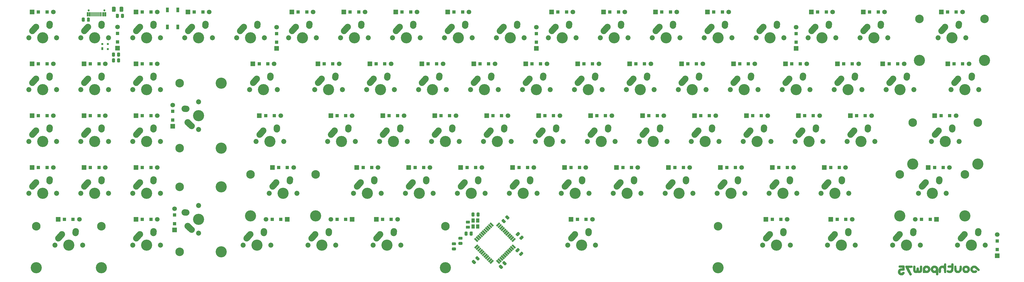
<source format=gbs>
G04 #@! TF.GenerationSoftware,KiCad,Pcbnew,(5.1.6)-1*
G04 #@! TF.CreationDate,2020-07-18T03:31:18-04:00*
G04 #@! TF.ProjectId,southpawpcb,736f7574-6870-4617-9770-63622e6b6963,rev?*
G04 #@! TF.SameCoordinates,Original*
G04 #@! TF.FileFunction,Soldermask,Bot*
G04 #@! TF.FilePolarity,Negative*
%FSLAX46Y46*%
G04 Gerber Fmt 4.6, Leading zero omitted, Abs format (unit mm)*
G04 Created by KiCad (PCBNEW (5.1.6)-1) date 2020-07-18 03:31:18*
%MOMM*%
%LPD*%
G01*
G04 APERTURE LIST*
%ADD10C,0.010000*%
%ADD11C,2.350000*%
%ADD12C,4.087800*%
%ADD13C,1.850000*%
%ADD14R,0.800000X1.100000*%
%ADD15R,0.800000X0.700000*%
%ADD16R,1.300000X1.500000*%
%ADD17C,0.750000*%
%ADD18R,0.400000X1.550000*%
%ADD19R,0.700000X1.550000*%
%ADD20C,0.100000*%
%ADD21C,1.700000*%
%ADD22R,1.700000X1.700000*%
%ADD23R,1.300000X1.300000*%
%ADD24C,3.148000*%
%ADD25R,1.100000X1.800000*%
G04 APERTURE END LIST*
D10*
G04 #@! TO.C,G\u002A\u002A\u002A*
G36*
X301334124Y-1268912D02*
G01*
X301266390Y-1425054D01*
X301288930Y-1592593D01*
X301295792Y-1612957D01*
X301351304Y-1739753D01*
X301456150Y-1950485D01*
X301600029Y-2226573D01*
X301772640Y-2549437D01*
X301963681Y-2900495D01*
X302162853Y-3261167D01*
X302359853Y-3612872D01*
X302544381Y-3937030D01*
X302706136Y-4215059D01*
X302834818Y-4428378D01*
X302920124Y-4558408D01*
X302945054Y-4587875D01*
X303134692Y-4661921D01*
X303349197Y-4625796D01*
X303452371Y-4568399D01*
X303571323Y-4414600D01*
X303592979Y-4298524D01*
X303563344Y-4190858D01*
X303481009Y-3992335D01*
X303355321Y-3722912D01*
X303195624Y-3402543D01*
X303011265Y-3051185D01*
X302992446Y-3016250D01*
X302392434Y-1905000D01*
X303061801Y-1873250D01*
X303370980Y-1855375D01*
X303578247Y-1833293D01*
X303708686Y-1801885D01*
X303787381Y-1756028D01*
X303821084Y-1718238D01*
X303903889Y-1532748D01*
X303868137Y-1346037D01*
X303812150Y-1252379D01*
X303771991Y-1202066D01*
X303719971Y-1165394D01*
X303637214Y-1140208D01*
X303504846Y-1124355D01*
X303303990Y-1115680D01*
X303015771Y-1112031D01*
X302621314Y-1111252D01*
X302575364Y-1111250D01*
X301437428Y-1111250D01*
X301334124Y-1268912D01*
G37*
X301334124Y-1268912D02*
X301266390Y-1425054D01*
X301288930Y-1592593D01*
X301295792Y-1612957D01*
X301351304Y-1739753D01*
X301456150Y-1950485D01*
X301600029Y-2226573D01*
X301772640Y-2549437D01*
X301963681Y-2900495D01*
X302162853Y-3261167D01*
X302359853Y-3612872D01*
X302544381Y-3937030D01*
X302706136Y-4215059D01*
X302834818Y-4428378D01*
X302920124Y-4558408D01*
X302945054Y-4587875D01*
X303134692Y-4661921D01*
X303349197Y-4625796D01*
X303452371Y-4568399D01*
X303571323Y-4414600D01*
X303592979Y-4298524D01*
X303563344Y-4190858D01*
X303481009Y-3992335D01*
X303355321Y-3722912D01*
X303195624Y-3402543D01*
X303011265Y-3051185D01*
X302992446Y-3016250D01*
X302392434Y-1905000D01*
X303061801Y-1873250D01*
X303370980Y-1855375D01*
X303578247Y-1833293D01*
X303708686Y-1801885D01*
X303787381Y-1756028D01*
X303821084Y-1718238D01*
X303903889Y-1532748D01*
X303868137Y-1346037D01*
X303812150Y-1252379D01*
X303771991Y-1202066D01*
X303719971Y-1165394D01*
X303637214Y-1140208D01*
X303504846Y-1124355D01*
X303303990Y-1115680D01*
X303015771Y-1112031D01*
X302621314Y-1111252D01*
X302575364Y-1111250D01*
X301437428Y-1111250D01*
X301334124Y-1268912D01*
G36*
X311611990Y-1142508D02*
G01*
X311435357Y-1179969D01*
X311292608Y-1250157D01*
X311170536Y-1340393D01*
X310854128Y-1656937D01*
X310662156Y-1996967D01*
X310610001Y-2192228D01*
X310601579Y-2602332D01*
X310708217Y-2991979D01*
X310919078Y-3335425D01*
X311198549Y-3590343D01*
X311327100Y-3667775D01*
X311459716Y-3714662D01*
X311633436Y-3738342D01*
X311885300Y-3746153D01*
X311986723Y-3746500D01*
X312547000Y-3746500D01*
X312547000Y-4052299D01*
X312564539Y-4325322D01*
X312626181Y-4494966D01*
X312745470Y-4581120D01*
X312922459Y-4603750D01*
X313100596Y-4581534D01*
X313227641Y-4526742D01*
X313241545Y-4513266D01*
X313269779Y-4432677D01*
X313288929Y-4263660D01*
X313299407Y-3996367D01*
X313301622Y-3620947D01*
X313296945Y-3185797D01*
X313285147Y-2444750D01*
X312512364Y-2444750D01*
X312491219Y-2648476D01*
X312410199Y-2792316D01*
X312335641Y-2864239D01*
X312103736Y-2994117D01*
X311861063Y-3011927D01*
X311638049Y-2918296D01*
X311559718Y-2848227D01*
X311445865Y-2652653D01*
X311403927Y-2420477D01*
X311439296Y-2204388D01*
X311485395Y-2121747D01*
X311688285Y-1948619D01*
X311929368Y-1882097D01*
X312175967Y-1925889D01*
X312335641Y-2025260D01*
X312458226Y-2162707D01*
X312507216Y-2327476D01*
X312512364Y-2444750D01*
X313285147Y-2444750D01*
X313277250Y-1948812D01*
X313077326Y-1673042D01*
X312814955Y-1385980D01*
X312513002Y-1207261D01*
X312149963Y-1127103D01*
X311869036Y-1123313D01*
X311611990Y-1142508D01*
G37*
X311611990Y-1142508D02*
X311435357Y-1179969D01*
X311292608Y-1250157D01*
X311170536Y-1340393D01*
X310854128Y-1656937D01*
X310662156Y-1996967D01*
X310610001Y-2192228D01*
X310601579Y-2602332D01*
X310708217Y-2991979D01*
X310919078Y-3335425D01*
X311198549Y-3590343D01*
X311327100Y-3667775D01*
X311459716Y-3714662D01*
X311633436Y-3738342D01*
X311885300Y-3746153D01*
X311986723Y-3746500D01*
X312547000Y-3746500D01*
X312547000Y-4052299D01*
X312564539Y-4325322D01*
X312626181Y-4494966D01*
X312745470Y-4581120D01*
X312922459Y-4603750D01*
X313100596Y-4581534D01*
X313227641Y-4526742D01*
X313241545Y-4513266D01*
X313269779Y-4432677D01*
X313288929Y-4263660D01*
X313299407Y-3996367D01*
X313301622Y-3620947D01*
X313296945Y-3185797D01*
X313285147Y-2444750D01*
X312512364Y-2444750D01*
X312491219Y-2648476D01*
X312410199Y-2792316D01*
X312335641Y-2864239D01*
X312103736Y-2994117D01*
X311861063Y-3011927D01*
X311638049Y-2918296D01*
X311559718Y-2848227D01*
X311445865Y-2652653D01*
X311403927Y-2420477D01*
X311439296Y-2204388D01*
X311485395Y-2121747D01*
X311688285Y-1948619D01*
X311929368Y-1882097D01*
X312175967Y-1925889D01*
X312335641Y-2025260D01*
X312458226Y-2162707D01*
X312507216Y-2327476D01*
X312512364Y-2444750D01*
X313285147Y-2444750D01*
X313277250Y-1948812D01*
X313077326Y-1673042D01*
X312814955Y-1385980D01*
X312513002Y-1207261D01*
X312149963Y-1127103D01*
X311869036Y-1123313D01*
X311611990Y-1142508D01*
G36*
X299899467Y-1047750D02*
G01*
X299546503Y-1049660D01*
X299298298Y-1057175D01*
X299132646Y-1072973D01*
X299027338Y-1099729D01*
X298960169Y-1140121D01*
X298936092Y-1163875D01*
X298844815Y-1344633D01*
X298849936Y-1543206D01*
X298947126Y-1704658D01*
X299037533Y-1758199D01*
X299182009Y-1790871D01*
X299406895Y-1806636D01*
X299645626Y-1809749D01*
X299919247Y-1810955D01*
X300090079Y-1818971D01*
X300182332Y-1840397D01*
X300220217Y-1881834D01*
X300227943Y-1949879D01*
X300228000Y-1968500D01*
X300220455Y-2054840D01*
X300178406Y-2102373D01*
X300072733Y-2122646D01*
X299874316Y-2127206D01*
X299827683Y-2127250D01*
X299569125Y-2139097D01*
X299374638Y-2185560D01*
X299182609Y-2283022D01*
X299138334Y-2310548D01*
X298859895Y-2555513D01*
X298675505Y-2861160D01*
X298585165Y-3202828D01*
X298588874Y-3555855D01*
X298686632Y-3895578D01*
X298878440Y-4197335D01*
X299138334Y-4420451D01*
X299342272Y-4532434D01*
X299535132Y-4586836D01*
X299781845Y-4601059D01*
X299811808Y-4600943D01*
X300184738Y-4561987D01*
X300426689Y-4476369D01*
X300646192Y-4327129D01*
X300831837Y-4141362D01*
X300955216Y-3952208D01*
X300990000Y-3819257D01*
X300942577Y-3597821D01*
X300816632Y-3456596D01*
X300636651Y-3401506D01*
X300427119Y-3438477D01*
X300212524Y-3573435D01*
X300164500Y-3619500D01*
X299983291Y-3778591D01*
X299831875Y-3832066D01*
X299677609Y-3784902D01*
X299569814Y-3710141D01*
X299436065Y-3550112D01*
X299402500Y-3365499D01*
X299437705Y-3163266D01*
X299551508Y-3021812D01*
X299756188Y-2934305D01*
X300064026Y-2893913D01*
X300258472Y-2889249D01*
X300541981Y-2884288D01*
X300740813Y-2856663D01*
X300869973Y-2787261D01*
X300944466Y-2656971D01*
X300979296Y-2446679D01*
X300989469Y-2137274D01*
X300990000Y-1957466D01*
X300988636Y-1627667D01*
X300972762Y-1389047D01*
X300924708Y-1226864D01*
X300826803Y-1126378D01*
X300661375Y-1072849D01*
X300410755Y-1051534D01*
X300057270Y-1047693D01*
X299899467Y-1047750D01*
G37*
X299899467Y-1047750D02*
X299546503Y-1049660D01*
X299298298Y-1057175D01*
X299132646Y-1072973D01*
X299027338Y-1099729D01*
X298960169Y-1140121D01*
X298936092Y-1163875D01*
X298844815Y-1344633D01*
X298849936Y-1543206D01*
X298947126Y-1704658D01*
X299037533Y-1758199D01*
X299182009Y-1790871D01*
X299406895Y-1806636D01*
X299645626Y-1809749D01*
X299919247Y-1810955D01*
X300090079Y-1818971D01*
X300182332Y-1840397D01*
X300220217Y-1881834D01*
X300227943Y-1949879D01*
X300228000Y-1968500D01*
X300220455Y-2054840D01*
X300178406Y-2102373D01*
X300072733Y-2122646D01*
X299874316Y-2127206D01*
X299827683Y-2127250D01*
X299569125Y-2139097D01*
X299374638Y-2185560D01*
X299182609Y-2283022D01*
X299138334Y-2310548D01*
X298859895Y-2555513D01*
X298675505Y-2861160D01*
X298585165Y-3202828D01*
X298588874Y-3555855D01*
X298686632Y-3895578D01*
X298878440Y-4197335D01*
X299138334Y-4420451D01*
X299342272Y-4532434D01*
X299535132Y-4586836D01*
X299781845Y-4601059D01*
X299811808Y-4600943D01*
X300184738Y-4561987D01*
X300426689Y-4476369D01*
X300646192Y-4327129D01*
X300831837Y-4141362D01*
X300955216Y-3952208D01*
X300990000Y-3819257D01*
X300942577Y-3597821D01*
X300816632Y-3456596D01*
X300636651Y-3401506D01*
X300427119Y-3438477D01*
X300212524Y-3573435D01*
X300164500Y-3619500D01*
X299983291Y-3778591D01*
X299831875Y-3832066D01*
X299677609Y-3784902D01*
X299569814Y-3710141D01*
X299436065Y-3550112D01*
X299402500Y-3365499D01*
X299437705Y-3163266D01*
X299551508Y-3021812D01*
X299756188Y-2934305D01*
X300064026Y-2893913D01*
X300258472Y-2889249D01*
X300541981Y-2884288D01*
X300740813Y-2856663D01*
X300869973Y-2787261D01*
X300944466Y-2656971D01*
X300979296Y-2446679D01*
X300989469Y-2137274D01*
X300990000Y-1957466D01*
X300988636Y-1627667D01*
X300972762Y-1389047D01*
X300924708Y-1226864D01*
X300826803Y-1126378D01*
X300661375Y-1072849D01*
X300410755Y-1051534D01*
X300057270Y-1047693D01*
X299899467Y-1047750D01*
G36*
X326217355Y-1136224D02*
G01*
X325941745Y-1210519D01*
X325895346Y-1232070D01*
X325570316Y-1461873D01*
X325338220Y-1755892D01*
X325199110Y-2092554D01*
X325153040Y-2450287D01*
X325200064Y-2807520D01*
X325340235Y-3142680D01*
X325573607Y-3434195D01*
X325889334Y-3654991D01*
X326194532Y-3753525D01*
X326548583Y-3781167D01*
X326898769Y-3738798D01*
X327181852Y-3633375D01*
X327361274Y-3505835D01*
X327502245Y-3361271D01*
X327529798Y-3319829D01*
X327587346Y-3193356D01*
X327574268Y-3094268D01*
X327493576Y-2971535D01*
X327317840Y-2813132D01*
X327121408Y-2779923D01*
X326907611Y-2872393D01*
X326891926Y-2883700D01*
X326643526Y-3001963D01*
X326397305Y-2995157D01*
X326166819Y-2864228D01*
X326131116Y-2830634D01*
X325976773Y-2608342D01*
X325948889Y-2381147D01*
X326047464Y-2155854D01*
X326131116Y-2058865D01*
X326284336Y-1928206D01*
X326429576Y-1866159D01*
X326584353Y-1878472D01*
X326766186Y-1970891D01*
X326992594Y-2149163D01*
X327281093Y-2419035D01*
X327307375Y-2444750D01*
X327561891Y-2689382D01*
X327749062Y-2854887D01*
X327887943Y-2955216D01*
X327997593Y-3004321D01*
X328088036Y-3016250D01*
X328306722Y-2966651D01*
X328444384Y-2828044D01*
X328485500Y-2645335D01*
X328463016Y-2547619D01*
X328387278Y-2421773D01*
X328245861Y-2251911D01*
X328026339Y-2022145D01*
X327898125Y-1894346D01*
X327657905Y-1664844D01*
X327430520Y-1461065D01*
X327240682Y-1304305D01*
X327113102Y-1215864D01*
X327107529Y-1212975D01*
X326854442Y-1136598D01*
X326539652Y-1111298D01*
X326217355Y-1136224D01*
G37*
X326217355Y-1136224D02*
X325941745Y-1210519D01*
X325895346Y-1232070D01*
X325570316Y-1461873D01*
X325338220Y-1755892D01*
X325199110Y-2092554D01*
X325153040Y-2450287D01*
X325200064Y-2807520D01*
X325340235Y-3142680D01*
X325573607Y-3434195D01*
X325889334Y-3654991D01*
X326194532Y-3753525D01*
X326548583Y-3781167D01*
X326898769Y-3738798D01*
X327181852Y-3633375D01*
X327361274Y-3505835D01*
X327502245Y-3361271D01*
X327529798Y-3319829D01*
X327587346Y-3193356D01*
X327574268Y-3094268D01*
X327493576Y-2971535D01*
X327317840Y-2813132D01*
X327121408Y-2779923D01*
X326907611Y-2872393D01*
X326891926Y-2883700D01*
X326643526Y-3001963D01*
X326397305Y-2995157D01*
X326166819Y-2864228D01*
X326131116Y-2830634D01*
X325976773Y-2608342D01*
X325948889Y-2381147D01*
X326047464Y-2155854D01*
X326131116Y-2058865D01*
X326284336Y-1928206D01*
X326429576Y-1866159D01*
X326584353Y-1878472D01*
X326766186Y-1970891D01*
X326992594Y-2149163D01*
X327281093Y-2419035D01*
X327307375Y-2444750D01*
X327561891Y-2689382D01*
X327749062Y-2854887D01*
X327887943Y-2955216D01*
X327997593Y-3004321D01*
X328088036Y-3016250D01*
X328306722Y-2966651D01*
X328444384Y-2828044D01*
X328485500Y-2645335D01*
X328463016Y-2547619D01*
X328387278Y-2421773D01*
X328245861Y-2251911D01*
X328026339Y-2022145D01*
X327898125Y-1894346D01*
X327657905Y-1664844D01*
X327430520Y-1461065D01*
X327240682Y-1304305D01*
X327113102Y-1215864D01*
X327107529Y-1212975D01*
X326854442Y-1136598D01*
X326539652Y-1111298D01*
X326217355Y-1136224D01*
G36*
X323143219Y-1167175D02*
G01*
X322839668Y-1286826D01*
X322762237Y-1335421D01*
X322468247Y-1606823D01*
X322286055Y-1932255D01*
X322211412Y-2320871D01*
X322211914Y-2521388D01*
X322287727Y-2943364D01*
X322460895Y-3287402D01*
X322723237Y-3545738D01*
X323066568Y-3710603D01*
X323482708Y-3774234D01*
X323532500Y-3774719D01*
X323782433Y-3760900D01*
X324008963Y-3726538D01*
X324135750Y-3689319D01*
X324310720Y-3585478D01*
X324487416Y-3442215D01*
X324506772Y-3423250D01*
X324750633Y-3096327D01*
X324883266Y-2736076D01*
X324903087Y-2441735D01*
X324104000Y-2441735D01*
X324050971Y-2694508D01*
X323910689Y-2881595D01*
X323711360Y-2990203D01*
X323481192Y-3007540D01*
X323248394Y-2920815D01*
X323172360Y-2864239D01*
X323049775Y-2726792D01*
X323000785Y-2562023D01*
X322995637Y-2444750D01*
X323047218Y-2187107D01*
X323184445Y-2001202D01*
X323381039Y-1898752D01*
X323610726Y-1891474D01*
X323847228Y-1991084D01*
X323908628Y-2037644D01*
X324047581Y-2186851D01*
X324100133Y-2353627D01*
X324104000Y-2441735D01*
X324903087Y-2441735D01*
X324908376Y-2363202D01*
X324829667Y-1998411D01*
X324650844Y-1662406D01*
X324375611Y-1375892D01*
X324110226Y-1206988D01*
X323825814Y-1122747D01*
X323487706Y-1110979D01*
X323143219Y-1167175D01*
G37*
X323143219Y-1167175D02*
X322839668Y-1286826D01*
X322762237Y-1335421D01*
X322468247Y-1606823D01*
X322286055Y-1932255D01*
X322211412Y-2320871D01*
X322211914Y-2521388D01*
X322287727Y-2943364D01*
X322460895Y-3287402D01*
X322723237Y-3545738D01*
X323066568Y-3710603D01*
X323482708Y-3774234D01*
X323532500Y-3774719D01*
X323782433Y-3760900D01*
X324008963Y-3726538D01*
X324135750Y-3689319D01*
X324310720Y-3585478D01*
X324487416Y-3442215D01*
X324506772Y-3423250D01*
X324750633Y-3096327D01*
X324883266Y-2736076D01*
X324903087Y-2441735D01*
X324104000Y-2441735D01*
X324050971Y-2694508D01*
X323910689Y-2881595D01*
X323711360Y-2990203D01*
X323481192Y-3007540D01*
X323248394Y-2920815D01*
X323172360Y-2864239D01*
X323049775Y-2726792D01*
X323000785Y-2562023D01*
X322995637Y-2444750D01*
X323047218Y-2187107D01*
X323184445Y-2001202D01*
X323381039Y-1898752D01*
X323610726Y-1891474D01*
X323847228Y-1991084D01*
X323908628Y-2037644D01*
X324047581Y-2186851D01*
X324100133Y-2353627D01*
X324104000Y-2441735D01*
X324903087Y-2441735D01*
X324908376Y-2363202D01*
X324829667Y-1998411D01*
X324650844Y-1662406D01*
X324375611Y-1375892D01*
X324110226Y-1206988D01*
X323825814Y-1122747D01*
X323487706Y-1110979D01*
X323143219Y-1167175D01*
G36*
X321328765Y-1143222D02*
G01*
X321261176Y-1190625D01*
X321232091Y-1284275D01*
X321204476Y-1474349D01*
X321182017Y-1730289D01*
X321171164Y-1936750D01*
X321148988Y-2303618D01*
X321110081Y-2566071D01*
X321046673Y-2746374D01*
X320950998Y-2866795D01*
X320818310Y-2948231D01*
X320555492Y-3012375D01*
X320314963Y-2952085D01*
X320186539Y-2863103D01*
X320109148Y-2790440D01*
X320056777Y-2713003D01*
X320023012Y-2604123D01*
X320001443Y-2437128D01*
X319985656Y-2185346D01*
X319976623Y-1989978D01*
X319959519Y-1694743D01*
X319937436Y-1443154D01*
X319913405Y-1264287D01*
X319893378Y-1190624D01*
X319789041Y-1129720D01*
X319621382Y-1114076D01*
X319444987Y-1141770D01*
X319314445Y-1210877D01*
X319314286Y-1211035D01*
X319269396Y-1282120D01*
X319239655Y-1403444D01*
X319222462Y-1597103D01*
X319215213Y-1885197D01*
X319214500Y-2058298D01*
X319217279Y-2392007D01*
X319228591Y-2629819D01*
X319252900Y-2802772D01*
X319294670Y-2941903D01*
X319358365Y-3078250D01*
X319362251Y-3085637D01*
X319509520Y-3297057D01*
X319704339Y-3496372D01*
X319779002Y-3554968D01*
X319950227Y-3661301D01*
X320118120Y-3722880D01*
X320332757Y-3754160D01*
X320504377Y-3764381D01*
X320814485Y-3764324D01*
X321034090Y-3729365D01*
X321151250Y-3682022D01*
X321487750Y-3439585D01*
X321747657Y-3126302D01*
X321824613Y-2984500D01*
X321886046Y-2785811D01*
X321928056Y-2517825D01*
X321950568Y-2211834D01*
X321953506Y-1899129D01*
X321936795Y-1611002D01*
X321900360Y-1378746D01*
X321844125Y-1233651D01*
X321828875Y-1216341D01*
X321679090Y-1139130D01*
X321493566Y-1113905D01*
X321328765Y-1143222D01*
G37*
X321328765Y-1143222D02*
X321261176Y-1190625D01*
X321232091Y-1284275D01*
X321204476Y-1474349D01*
X321182017Y-1730289D01*
X321171164Y-1936750D01*
X321148988Y-2303618D01*
X321110081Y-2566071D01*
X321046673Y-2746374D01*
X320950998Y-2866795D01*
X320818310Y-2948231D01*
X320555492Y-3012375D01*
X320314963Y-2952085D01*
X320186539Y-2863103D01*
X320109148Y-2790440D01*
X320056777Y-2713003D01*
X320023012Y-2604123D01*
X320001443Y-2437128D01*
X319985656Y-2185346D01*
X319976623Y-1989978D01*
X319959519Y-1694743D01*
X319937436Y-1443154D01*
X319913405Y-1264287D01*
X319893378Y-1190624D01*
X319789041Y-1129720D01*
X319621382Y-1114076D01*
X319444987Y-1141770D01*
X319314445Y-1210877D01*
X319314286Y-1211035D01*
X319269396Y-1282120D01*
X319239655Y-1403444D01*
X319222462Y-1597103D01*
X319215213Y-1885197D01*
X319214500Y-2058298D01*
X319217279Y-2392007D01*
X319228591Y-2629819D01*
X319252900Y-2802772D01*
X319294670Y-2941903D01*
X319358365Y-3078250D01*
X319362251Y-3085637D01*
X319509520Y-3297057D01*
X319704339Y-3496372D01*
X319779002Y-3554968D01*
X319950227Y-3661301D01*
X320118120Y-3722880D01*
X320332757Y-3754160D01*
X320504377Y-3764381D01*
X320814485Y-3764324D01*
X321034090Y-3729365D01*
X321151250Y-3682022D01*
X321487750Y-3439585D01*
X321747657Y-3126302D01*
X321824613Y-2984500D01*
X321886046Y-2785811D01*
X321928056Y-2517825D01*
X321950568Y-2211834D01*
X321953506Y-1899129D01*
X321936795Y-1611002D01*
X321900360Y-1378746D01*
X321844125Y-1233651D01*
X321828875Y-1216341D01*
X321679090Y-1139130D01*
X321493566Y-1113905D01*
X321328765Y-1143222D01*
G36*
X318344231Y-303195D02*
G01*
X318214269Y-358996D01*
X318211201Y-361949D01*
X318165907Y-467334D01*
X318138613Y-646790D01*
X318135000Y-742949D01*
X318135000Y-1047750D01*
X317573342Y-1047750D01*
X317239867Y-1059778D01*
X317013869Y-1101880D01*
X316877585Y-1183078D01*
X316813247Y-1312396D01*
X316801500Y-1439783D01*
X316828340Y-1599314D01*
X316919918Y-1708179D01*
X317092818Y-1774129D01*
X317363629Y-1804917D01*
X317593069Y-1809750D01*
X318152388Y-1809750D01*
X318118144Y-2236353D01*
X318092112Y-2477342D01*
X318050799Y-2634069D01*
X317977776Y-2749267D01*
X317886199Y-2839603D01*
X317676058Y-2977223D01*
X317459974Y-3004734D01*
X317211138Y-2923380D01*
X317121130Y-2875084D01*
X316878349Y-2784223D01*
X316669804Y-2800433D01*
X316514772Y-2919253D01*
X316458729Y-3028335D01*
X316444394Y-3230583D01*
X316535724Y-3411660D01*
X316712169Y-3564478D01*
X316953176Y-3681947D01*
X317238194Y-3756978D01*
X317546672Y-3782481D01*
X317858058Y-3751368D01*
X318151801Y-3656548D01*
X318204388Y-3630499D01*
X318415386Y-3483503D01*
X318614889Y-3288654D01*
X318674750Y-3212506D01*
X318865250Y-2942262D01*
X318884945Y-1704489D01*
X318889767Y-1223937D01*
X318886701Y-860314D01*
X318875337Y-603772D01*
X318855263Y-444461D01*
X318829545Y-376233D01*
X318710766Y-313174D01*
X318529362Y-288374D01*
X318344231Y-303195D01*
G37*
X318344231Y-303195D02*
X318214269Y-358996D01*
X318211201Y-361949D01*
X318165907Y-467334D01*
X318138613Y-646790D01*
X318135000Y-742949D01*
X318135000Y-1047750D01*
X317573342Y-1047750D01*
X317239867Y-1059778D01*
X317013869Y-1101880D01*
X316877585Y-1183078D01*
X316813247Y-1312396D01*
X316801500Y-1439783D01*
X316828340Y-1599314D01*
X316919918Y-1708179D01*
X317092818Y-1774129D01*
X317363629Y-1804917D01*
X317593069Y-1809750D01*
X318152388Y-1809750D01*
X318118144Y-2236353D01*
X318092112Y-2477342D01*
X318050799Y-2634069D01*
X317977776Y-2749267D01*
X317886199Y-2839603D01*
X317676058Y-2977223D01*
X317459974Y-3004734D01*
X317211138Y-2923380D01*
X317121130Y-2875084D01*
X316878349Y-2784223D01*
X316669804Y-2800433D01*
X316514772Y-2919253D01*
X316458729Y-3028335D01*
X316444394Y-3230583D01*
X316535724Y-3411660D01*
X316712169Y-3564478D01*
X316953176Y-3681947D01*
X317238194Y-3756978D01*
X317546672Y-3782481D01*
X317858058Y-3751368D01*
X318151801Y-3656548D01*
X318204388Y-3630499D01*
X318415386Y-3483503D01*
X318614889Y-3288654D01*
X318674750Y-3212506D01*
X318865250Y-2942262D01*
X318884945Y-1704489D01*
X318889767Y-1223937D01*
X318886701Y-860314D01*
X318875337Y-603772D01*
X318855263Y-444461D01*
X318829545Y-376233D01*
X318710766Y-313174D01*
X318529362Y-288374D01*
X318344231Y-303195D01*
G36*
X315645076Y-347457D02*
G01*
X315573092Y-401875D01*
X315494438Y-571544D01*
X315468000Y-832575D01*
X315468000Y-1147151D01*
X315029299Y-1122362D01*
X314652573Y-1123643D01*
X314358754Y-1184236D01*
X314112786Y-1316400D01*
X313890420Y-1520593D01*
X313726420Y-1724089D01*
X313613833Y-1936643D01*
X313544191Y-2187961D01*
X313509030Y-2507746D01*
X313499855Y-2890995D01*
X313509806Y-3251537D01*
X313545447Y-3503410D01*
X313614718Y-3663702D01*
X313725562Y-3749498D01*
X313885921Y-3777884D01*
X313912250Y-3778250D01*
X314076696Y-3757961D01*
X314192444Y-3685668D01*
X314267162Y-3544227D01*
X314308514Y-3316497D01*
X314324167Y-2985333D01*
X314325000Y-2855251D01*
X314326728Y-2562542D01*
X314336241Y-2367229D01*
X314360038Y-2239713D01*
X314404614Y-2150396D01*
X314476467Y-2069680D01*
X314503100Y-2043880D01*
X314729107Y-1901723D01*
X314970111Y-1882555D01*
X315207845Y-1986800D01*
X315257962Y-2026396D01*
X315334496Y-2098030D01*
X315386558Y-2174143D01*
X315420314Y-2280928D01*
X315441934Y-2444578D01*
X315457584Y-2691289D01*
X315467878Y-2917851D01*
X315486125Y-3262612D01*
X315512480Y-3500262D01*
X315556808Y-3650678D01*
X315628973Y-3733736D01*
X315738839Y-3769313D01*
X315894391Y-3777277D01*
X316083819Y-3737728D01*
X316164266Y-3655424D01*
X316186969Y-3550565D01*
X316205056Y-3343757D01*
X316218594Y-3056324D01*
X316227652Y-2709590D01*
X316232297Y-2324879D01*
X316232596Y-1923516D01*
X316228618Y-1526824D01*
X316220430Y-1156128D01*
X316208101Y-832753D01*
X316191697Y-578022D01*
X316171287Y-413259D01*
X316153800Y-361949D01*
X316012238Y-296837D01*
X315822514Y-293391D01*
X315645076Y-347457D01*
G37*
X315645076Y-347457D02*
X315573092Y-401875D01*
X315494438Y-571544D01*
X315468000Y-832575D01*
X315468000Y-1147151D01*
X315029299Y-1122362D01*
X314652573Y-1123643D01*
X314358754Y-1184236D01*
X314112786Y-1316400D01*
X313890420Y-1520593D01*
X313726420Y-1724089D01*
X313613833Y-1936643D01*
X313544191Y-2187961D01*
X313509030Y-2507746D01*
X313499855Y-2890995D01*
X313509806Y-3251537D01*
X313545447Y-3503410D01*
X313614718Y-3663702D01*
X313725562Y-3749498D01*
X313885921Y-3777884D01*
X313912250Y-3778250D01*
X314076696Y-3757961D01*
X314192444Y-3685668D01*
X314267162Y-3544227D01*
X314308514Y-3316497D01*
X314324167Y-2985333D01*
X314325000Y-2855251D01*
X314326728Y-2562542D01*
X314336241Y-2367229D01*
X314360038Y-2239713D01*
X314404614Y-2150396D01*
X314476467Y-2069680D01*
X314503100Y-2043880D01*
X314729107Y-1901723D01*
X314970111Y-1882555D01*
X315207845Y-1986800D01*
X315257962Y-2026396D01*
X315334496Y-2098030D01*
X315386558Y-2174143D01*
X315420314Y-2280928D01*
X315441934Y-2444578D01*
X315457584Y-2691289D01*
X315467878Y-2917851D01*
X315486125Y-3262612D01*
X315512480Y-3500262D01*
X315556808Y-3650678D01*
X315628973Y-3733736D01*
X315738839Y-3769313D01*
X315894391Y-3777277D01*
X316083819Y-3737728D01*
X316164266Y-3655424D01*
X316186969Y-3550565D01*
X316205056Y-3343757D01*
X316218594Y-3056324D01*
X316227652Y-2709590D01*
X316232297Y-2324879D01*
X316232596Y-1923516D01*
X316228618Y-1526824D01*
X316220430Y-1156128D01*
X316208101Y-832753D01*
X316191697Y-578022D01*
X316171287Y-413259D01*
X316153800Y-361949D01*
X316012238Y-296837D01*
X315822514Y-293391D01*
X315645076Y-347457D01*
G36*
X308784031Y-1120490D02*
G01*
X308603192Y-1159663D01*
X308430192Y-1245944D01*
X308319975Y-1317625D01*
X308102948Y-1485683D01*
X307946689Y-1666489D01*
X307841063Y-1885111D01*
X307775934Y-2166613D01*
X307741166Y-2536065D01*
X307731684Y-2772598D01*
X307725693Y-3152775D01*
X307737127Y-3424206D01*
X307772510Y-3604679D01*
X307838363Y-3711977D01*
X307941210Y-3763888D01*
X308087573Y-3778196D01*
X308100487Y-3778250D01*
X308268377Y-3763946D01*
X308375013Y-3728453D01*
X308386251Y-3717176D01*
X308474558Y-3688752D01*
X308584632Y-3717176D01*
X308806883Y-3764002D01*
X309090833Y-3774656D01*
X309380352Y-3751374D01*
X309619313Y-3696392D01*
X309673228Y-3673815D01*
X309973540Y-3462137D01*
X310218149Y-3166926D01*
X310384622Y-2823643D01*
X310450524Y-2467746D01*
X310450587Y-2462331D01*
X309625982Y-2462331D01*
X309574151Y-2670414D01*
X309454722Y-2847914D01*
X309284758Y-2973267D01*
X309081324Y-3024913D01*
X308861484Y-2981290D01*
X308759881Y-2923529D01*
X308590034Y-2737021D01*
X308513235Y-2502720D01*
X308542952Y-2263241D01*
X308547548Y-2251720D01*
X308695972Y-2028162D01*
X308899226Y-1900148D01*
X309128707Y-1874305D01*
X309355812Y-1957258D01*
X309458591Y-2040659D01*
X309593150Y-2245225D01*
X309625982Y-2462331D01*
X310450587Y-2462331D01*
X310450792Y-2444750D01*
X310396259Y-2108960D01*
X310248269Y-1775335D01*
X310030241Y-1480093D01*
X309765592Y-1259451D01*
X309643915Y-1196792D01*
X309469090Y-1150690D01*
X309227456Y-1119633D01*
X309031966Y-1111250D01*
X308784031Y-1120490D01*
G37*
X308784031Y-1120490D02*
X308603192Y-1159663D01*
X308430192Y-1245944D01*
X308319975Y-1317625D01*
X308102948Y-1485683D01*
X307946689Y-1666489D01*
X307841063Y-1885111D01*
X307775934Y-2166613D01*
X307741166Y-2536065D01*
X307731684Y-2772598D01*
X307725693Y-3152775D01*
X307737127Y-3424206D01*
X307772510Y-3604679D01*
X307838363Y-3711977D01*
X307941210Y-3763888D01*
X308087573Y-3778196D01*
X308100487Y-3778250D01*
X308268377Y-3763946D01*
X308375013Y-3728453D01*
X308386251Y-3717176D01*
X308474558Y-3688752D01*
X308584632Y-3717176D01*
X308806883Y-3764002D01*
X309090833Y-3774656D01*
X309380352Y-3751374D01*
X309619313Y-3696392D01*
X309673228Y-3673815D01*
X309973540Y-3462137D01*
X310218149Y-3166926D01*
X310384622Y-2823643D01*
X310450524Y-2467746D01*
X310450587Y-2462331D01*
X309625982Y-2462331D01*
X309574151Y-2670414D01*
X309454722Y-2847914D01*
X309284758Y-2973267D01*
X309081324Y-3024913D01*
X308861484Y-2981290D01*
X308759881Y-2923529D01*
X308590034Y-2737021D01*
X308513235Y-2502720D01*
X308542952Y-2263241D01*
X308547548Y-2251720D01*
X308695972Y-2028162D01*
X308899226Y-1900148D01*
X309128707Y-1874305D01*
X309355812Y-1957258D01*
X309458591Y-2040659D01*
X309593150Y-2245225D01*
X309625982Y-2462331D01*
X310450587Y-2462331D01*
X310450792Y-2444750D01*
X310396259Y-2108960D01*
X310248269Y-1775335D01*
X310030241Y-1480093D01*
X309765592Y-1259451D01*
X309643915Y-1196792D01*
X309469090Y-1150690D01*
X309227456Y-1119633D01*
X309031966Y-1111250D01*
X308784031Y-1120490D01*
G36*
X306872530Y-1118286D02*
G01*
X306729306Y-1176937D01*
X306717701Y-1187449D01*
X306679869Y-1291468D01*
X306654986Y-1516293D01*
X306642853Y-1864189D01*
X306641500Y-2068674D01*
X306636723Y-2446531D01*
X306618960Y-2713765D01*
X306583067Y-2886513D01*
X306523898Y-2980912D01*
X306436308Y-3013096D01*
X306342926Y-3005009D01*
X306284153Y-2974581D01*
X306244904Y-2893552D01*
X306218441Y-2736890D01*
X306198025Y-2479568D01*
X306197000Y-2462926D01*
X306174914Y-2213874D01*
X306144339Y-2012844D01*
X306110931Y-1894399D01*
X306101750Y-1880654D01*
X305921114Y-1784556D01*
X305712134Y-1787192D01*
X305557986Y-1863570D01*
X305476908Y-1945175D01*
X305425641Y-2051718D01*
X305394117Y-2216795D01*
X305372272Y-2474002D01*
X305371500Y-2485999D01*
X305350479Y-2742817D01*
X305323000Y-2898106D01*
X305281902Y-2977337D01*
X305225575Y-3005015D01*
X305111705Y-3010788D01*
X305030350Y-2967184D01*
X304976362Y-2858066D01*
X304944598Y-2667298D01*
X304929912Y-2378743D01*
X304927000Y-2068674D01*
X304923761Y-1700679D01*
X304909400Y-1440953D01*
X304876948Y-1270836D01*
X304819441Y-1171664D01*
X304729912Y-1124776D01*
X304601392Y-1111510D01*
X304569586Y-1111250D01*
X304420915Y-1121261D01*
X304313626Y-1162985D01*
X304241082Y-1253954D01*
X304196650Y-1411702D01*
X304173694Y-1653763D01*
X304165579Y-1997669D01*
X304165000Y-2180401D01*
X304171619Y-2609529D01*
X304195990Y-2934304D01*
X304244886Y-3176898D01*
X304325080Y-3359483D01*
X304443346Y-3504232D01*
X304606457Y-3633315D01*
X304609468Y-3635375D01*
X304818177Y-3727002D01*
X305081972Y-3775137D01*
X305351953Y-3777269D01*
X305579221Y-3730889D01*
X305660673Y-3689344D01*
X305775406Y-3632821D01*
X305878417Y-3667826D01*
X305909188Y-3689344D01*
X306082173Y-3756003D01*
X306325951Y-3779294D01*
X306592601Y-3760966D01*
X306834200Y-3702768D01*
X306943706Y-3651593D01*
X307112600Y-3533391D01*
X307235062Y-3401287D01*
X307318222Y-3233295D01*
X307369206Y-3007429D01*
X307395144Y-2701702D01*
X307403165Y-2294128D01*
X307403263Y-2234200D01*
X307398733Y-1902453D01*
X307386143Y-1609616D01*
X307367273Y-1382854D01*
X307343902Y-1249330D01*
X307337766Y-1234075D01*
X307231086Y-1150940D01*
X307057899Y-1110982D01*
X306872530Y-1118286D01*
G37*
X306872530Y-1118286D02*
X306729306Y-1176937D01*
X306717701Y-1187449D01*
X306679869Y-1291468D01*
X306654986Y-1516293D01*
X306642853Y-1864189D01*
X306641500Y-2068674D01*
X306636723Y-2446531D01*
X306618960Y-2713765D01*
X306583067Y-2886513D01*
X306523898Y-2980912D01*
X306436308Y-3013096D01*
X306342926Y-3005009D01*
X306284153Y-2974581D01*
X306244904Y-2893552D01*
X306218441Y-2736890D01*
X306198025Y-2479568D01*
X306197000Y-2462926D01*
X306174914Y-2213874D01*
X306144339Y-2012844D01*
X306110931Y-1894399D01*
X306101750Y-1880654D01*
X305921114Y-1784556D01*
X305712134Y-1787192D01*
X305557986Y-1863570D01*
X305476908Y-1945175D01*
X305425641Y-2051718D01*
X305394117Y-2216795D01*
X305372272Y-2474002D01*
X305371500Y-2485999D01*
X305350479Y-2742817D01*
X305323000Y-2898106D01*
X305281902Y-2977337D01*
X305225575Y-3005015D01*
X305111705Y-3010788D01*
X305030350Y-2967184D01*
X304976362Y-2858066D01*
X304944598Y-2667298D01*
X304929912Y-2378743D01*
X304927000Y-2068674D01*
X304923761Y-1700679D01*
X304909400Y-1440953D01*
X304876948Y-1270836D01*
X304819441Y-1171664D01*
X304729912Y-1124776D01*
X304601392Y-1111510D01*
X304569586Y-1111250D01*
X304420915Y-1121261D01*
X304313626Y-1162985D01*
X304241082Y-1253954D01*
X304196650Y-1411702D01*
X304173694Y-1653763D01*
X304165579Y-1997669D01*
X304165000Y-2180401D01*
X304171619Y-2609529D01*
X304195990Y-2934304D01*
X304244886Y-3176898D01*
X304325080Y-3359483D01*
X304443346Y-3504232D01*
X304606457Y-3633315D01*
X304609468Y-3635375D01*
X304818177Y-3727002D01*
X305081972Y-3775137D01*
X305351953Y-3777269D01*
X305579221Y-3730889D01*
X305660673Y-3689344D01*
X305775406Y-3632821D01*
X305878417Y-3667826D01*
X305909188Y-3689344D01*
X306082173Y-3756003D01*
X306325951Y-3779294D01*
X306592601Y-3760966D01*
X306834200Y-3702768D01*
X306943706Y-3651593D01*
X307112600Y-3533391D01*
X307235062Y-3401287D01*
X307318222Y-3233295D01*
X307369206Y-3007429D01*
X307395144Y-2701702D01*
X307403165Y-2294128D01*
X307403263Y-2234200D01*
X307398733Y-1902453D01*
X307386143Y-1609616D01*
X307367273Y-1382854D01*
X307343902Y-1249330D01*
X307337766Y-1234075D01*
X307231086Y-1150940D01*
X307057899Y-1110982D01*
X306872530Y-1118286D01*
G04 #@! TD*
G04 #@! TO.C,C1*
G36*
G01*
X155309138Y15866048D02*
X154628548Y16546638D01*
G75*
G02*
X154628548Y16926708I190035J190035D01*
G01*
X155008618Y17306778D01*
G75*
G02*
X155388688Y17306778I190035J-190035D01*
G01*
X156069278Y16626188D01*
G75*
G02*
X156069278Y16246118I-190035J-190035D01*
G01*
X155689208Y15866048D01*
G75*
G02*
X155309138Y15866048I-190035J190035D01*
G01*
G37*
G36*
G01*
X153983312Y14540222D02*
X153302722Y15220812D01*
G75*
G02*
X153302722Y15600882I190035J190035D01*
G01*
X153682792Y15980952D01*
G75*
G02*
X154062862Y15980952I190035J-190035D01*
G01*
X154743452Y15300362D01*
G75*
G02*
X154743452Y14920292I-190035J-190035D01*
G01*
X154363382Y14540222D01*
G75*
G02*
X153983312Y14540222I-190035J190035D01*
G01*
G37*
G04 #@! TD*
G04 #@! TO.C,C8*
G36*
G01*
X154293138Y-946452D02*
X153612548Y-265862D01*
G75*
G02*
X153612548Y114208I190035J190035D01*
G01*
X153992618Y494278D01*
G75*
G02*
X154372688Y494278I190035J-190035D01*
G01*
X155053278Y-186312D01*
G75*
G02*
X155053278Y-566382I-190035J-190035D01*
G01*
X154673208Y-946452D01*
G75*
G02*
X154293138Y-946452I-190035J190035D01*
G01*
G37*
G36*
G01*
X152967312Y-2272278D02*
X152286722Y-1591688D01*
G75*
G02*
X152286722Y-1211618I190035J190035D01*
G01*
X152666792Y-831548D01*
G75*
G02*
X153046862Y-831548I190035J-190035D01*
G01*
X153727452Y-1512138D01*
G75*
G02*
X153727452Y-1892208I-190035J-190035D01*
G01*
X153347382Y-2272278D01*
G75*
G02*
X152967312Y-2272278I-190035J190035D01*
G01*
G37*
G04 #@! TD*
G04 #@! TO.C,K44*
G36*
G01*
X154100157Y47801784D02*
X154100157Y47801784D01*
G75*
G02*
X153008784Y49054843I80843J1172216D01*
G01*
X153048784Y49634843D01*
G75*
G02*
X154301843Y50726216I1172216J-80843D01*
G01*
X154301843Y50726216D01*
G75*
G02*
X155393216Y49473157I-80843J-1172216D01*
G01*
X155353216Y48893157D01*
G75*
G02*
X154100157Y47801784I-1172216J80843D01*
G01*
G37*
D11*
X154221000Y49554000D03*
G36*
G01*
X147086291Y46139440D02*
X147086291Y46139439D01*
G75*
G02*
X146996439Y47798709I784709J874561D01*
G01*
X148306441Y49258709D01*
G75*
G02*
X149965711Y49348561I874561J-784709D01*
G01*
X149965711Y49348561D01*
G75*
G02*
X150055563Y47689291I-784709J-874561D01*
G01*
X148745561Y46229291D01*
G75*
G02*
X147086291Y46139439I-874561J784709D01*
G01*
G37*
D12*
X151681000Y44474000D03*
D11*
X149181000Y48474000D03*
D13*
X146601000Y44474000D03*
X156761000Y44474000D03*
G04 #@! TD*
G04 #@! TO.C,K71*
X68655000Y6374000D03*
X58495000Y6374000D03*
D11*
X61075000Y10374000D03*
D12*
X63575000Y6374000D03*
G36*
G01*
X58980291Y8039440D02*
X58980291Y8039439D01*
G75*
G02*
X58890439Y9698709I784709J874561D01*
G01*
X60200441Y11158709D01*
G75*
G02*
X61859711Y11248561I874561J-784709D01*
G01*
X61859711Y11248561D01*
G75*
G02*
X61949563Y9589291I-784709J-874561D01*
G01*
X60639561Y8129291D01*
G75*
G02*
X58980291Y8039439I-874561J784709D01*
G01*
G37*
D11*
X66115000Y11454000D03*
G36*
G01*
X65994157Y9701784D02*
X65994157Y9701784D01*
G75*
G02*
X64902784Y10954843I80843J1172216D01*
G01*
X64942784Y11534843D01*
G75*
G02*
X66195843Y12626216I1172216J-80843D01*
G01*
X66195843Y12626216D01*
G75*
G02*
X67287216Y11373157I-80843J-1172216D01*
G01*
X67247216Y10793157D01*
G75*
G02*
X65994157Y9701784I-1172216J80843D01*
G01*
G37*
G04 #@! TD*
G04 #@! TO.C,K2*
G36*
G01*
X6463357Y85901784D02*
X6463357Y85901784D01*
G75*
G02*
X5371984Y87154843I80843J1172216D01*
G01*
X5411984Y87734843D01*
G75*
G02*
X6665043Y88826216I1172216J-80843D01*
G01*
X6665043Y88826216D01*
G75*
G02*
X7756416Y87573157I-80843J-1172216D01*
G01*
X7716416Y86993157D01*
G75*
G02*
X6463357Y85901784I-1172216J80843D01*
G01*
G37*
X6584200Y87654000D03*
G36*
G01*
X-550509Y84239440D02*
X-550509Y84239439D01*
G75*
G02*
X-640361Y85898709I784709J874561D01*
G01*
X669641Y87358709D01*
G75*
G02*
X2328911Y87448561I874561J-784709D01*
G01*
X2328911Y87448561D01*
G75*
G02*
X2418763Y85789291I-784709J-874561D01*
G01*
X1108761Y84329291D01*
G75*
G02*
X-550509Y84239439I-874561J784709D01*
G01*
G37*
D12*
X4044200Y82574000D03*
D11*
X1544200Y86574000D03*
D13*
X-1035800Y82574000D03*
X9124200Y82574000D03*
G04 #@! TD*
G04 #@! TO.C,C2*
G36*
G01*
X159708548Y3265362D02*
X160389138Y3945952D01*
G75*
G02*
X160769208Y3945952I190035J-190035D01*
G01*
X161149278Y3565882D01*
G75*
G02*
X161149278Y3185812I-190035J-190035D01*
G01*
X160468688Y2505222D01*
G75*
G02*
X160088618Y2505222I-190035J190035D01*
G01*
X159708548Y2885292D01*
G75*
G02*
X159708548Y3265362I190035J190035D01*
G01*
G37*
G36*
G01*
X158382722Y4591188D02*
X159063312Y5271778D01*
G75*
G02*
X159443382Y5271778I190035J-190035D01*
G01*
X159823452Y4891708D01*
G75*
G02*
X159823452Y4511638I-190035J-190035D01*
G01*
X159142862Y3831048D01*
G75*
G02*
X158762792Y3831048I-190035J190035D01*
G01*
X158382722Y4211118D01*
G75*
G02*
X158382722Y4591188I190035J190035D01*
G01*
G37*
G04 #@! TD*
D14*
G04 #@! TO.C,D79*
X6874000Y78625000D03*
D15*
X8874000Y80325000D03*
X8874000Y78425000D03*
X6874000Y80325000D03*
G04 #@! TD*
G04 #@! TO.C,C7*
G36*
G01*
X144387138Y831548D02*
X143706548Y1512138D01*
G75*
G02*
X143706548Y1892208I190035J190035D01*
G01*
X144086618Y2272278D01*
G75*
G02*
X144466688Y2272278I190035J-190035D01*
G01*
X145147278Y1591688D01*
G75*
G02*
X145147278Y1211618I-190035J-190035D01*
G01*
X144767208Y831548D01*
G75*
G02*
X144387138Y831548I-190035J190035D01*
G01*
G37*
G36*
G01*
X143061312Y-494278D02*
X142380722Y186312D01*
G75*
G02*
X142380722Y566382I190035J190035D01*
G01*
X142760792Y946452D01*
G75*
G02*
X143140862Y946452I190035J-190035D01*
G01*
X143821452Y265862D01*
G75*
G02*
X143821452Y-114208I-190035J-190035D01*
G01*
X143441382Y-494278D01*
G75*
G02*
X143061312Y-494278I-190035J190035D01*
G01*
G37*
G04 #@! TD*
G04 #@! TO.C,C6*
G36*
G01*
X135281750Y5569000D02*
X136244250Y5569000D01*
G75*
G02*
X136513000Y5300250I0J-268750D01*
G01*
X136513000Y4762750D01*
G75*
G02*
X136244250Y4494000I-268750J0D01*
G01*
X135281750Y4494000D01*
G75*
G02*
X135013000Y4762750I0J268750D01*
G01*
X135013000Y5300250D01*
G75*
G02*
X135281750Y5569000I268750J0D01*
G01*
G37*
G36*
G01*
X135281750Y7444000D02*
X136244250Y7444000D01*
G75*
G02*
X136513000Y7175250I0J-268750D01*
G01*
X136513000Y6637750D01*
G75*
G02*
X136244250Y6369000I-268750J0D01*
G01*
X135281750Y6369000D01*
G75*
G02*
X135013000Y6637750I0J268750D01*
G01*
X135013000Y7175250D01*
G75*
G02*
X135281750Y7444000I268750J0D01*
G01*
G37*
G04 #@! TD*
G04 #@! TO.C,C5*
G36*
G01*
X140412550Y15417300D02*
X141375050Y15417300D01*
G75*
G02*
X141643800Y15148550I0J-268750D01*
G01*
X141643800Y14611050D01*
G75*
G02*
X141375050Y14342300I-268750J0D01*
G01*
X140412550Y14342300D01*
G75*
G02*
X140143800Y14611050I0J268750D01*
G01*
X140143800Y15148550D01*
G75*
G02*
X140412550Y15417300I268750J0D01*
G01*
G37*
G36*
G01*
X140412550Y13542300D02*
X141375050Y13542300D01*
G75*
G02*
X141643800Y13273550I0J-268750D01*
G01*
X141643800Y12736050D01*
G75*
G02*
X141375050Y12467300I-268750J0D01*
G01*
X140412550Y12467300D01*
G75*
G02*
X140143800Y12736050I0J268750D01*
G01*
X140143800Y13273550D01*
G75*
G02*
X140412550Y13542300I268750J0D01*
G01*
G37*
G04 #@! TD*
G04 #@! TO.C,C4*
G36*
G01*
X144115500Y17171750D02*
X144115500Y18134250D01*
G75*
G02*
X144384250Y18403000I268750J0D01*
G01*
X144921750Y18403000D01*
G75*
G02*
X145190500Y18134250I0J-268750D01*
G01*
X145190500Y17171750D01*
G75*
G02*
X144921750Y16903000I-268750J0D01*
G01*
X144384250Y16903000D01*
G75*
G02*
X144115500Y17171750I0J268750D01*
G01*
G37*
G36*
G01*
X142240500Y17171750D02*
X142240500Y18134250D01*
G75*
G02*
X142509250Y18403000I268750J0D01*
G01*
X143046750Y18403000D01*
G75*
G02*
X143315500Y18134250I0J-268750D01*
G01*
X143315500Y17171750D01*
G75*
G02*
X143046750Y16903000I-268750J0D01*
G01*
X142509250Y16903000D01*
G75*
G02*
X142240500Y17171750I0J268750D01*
G01*
G37*
G04 #@! TD*
G04 #@! TO.C,C3*
G36*
G01*
X142650500Y11149250D02*
X142650500Y10186750D01*
G75*
G02*
X142381750Y9918000I-268750J0D01*
G01*
X141844250Y9918000D01*
G75*
G02*
X141575500Y10186750I0J268750D01*
G01*
X141575500Y11149250D01*
G75*
G02*
X141844250Y11418000I268750J0D01*
G01*
X142381750Y11418000D01*
G75*
G02*
X142650500Y11149250I0J-268750D01*
G01*
G37*
G36*
G01*
X140775500Y11149250D02*
X140775500Y10186750D01*
G75*
G02*
X140506750Y9918000I-268750J0D01*
G01*
X139969250Y9918000D01*
G75*
G02*
X139700500Y10186750I0J268750D01*
G01*
X139700500Y11149250D01*
G75*
G02*
X139969250Y11418000I268750J0D01*
G01*
X140506750Y11418000D01*
G75*
G02*
X140775500Y11149250I0J-268750D01*
G01*
G37*
G04 #@! TD*
D16*
G04 #@! TO.C,Y1*
X144526000Y15494000D03*
X144526000Y13294000D03*
X142826000Y13294000D03*
X142826000Y15494000D03*
G04 #@! TD*
D17*
G04 #@! TO.C,USB1*
X1809000Y92683000D03*
X7589000Y92683000D03*
D18*
X4449000Y91238000D03*
X4949000Y91238000D03*
X5449000Y91238000D03*
X3949000Y91238000D03*
X5949000Y91238000D03*
X3449000Y91238000D03*
X6449000Y91238000D03*
X2949000Y91238000D03*
D19*
X2249000Y91238000D03*
X7149000Y91238000D03*
X1474000Y91238000D03*
X7924000Y91238000D03*
G04 #@! TD*
D20*
G04 #@! TO.C,U1*
G36*
X149274542Y-510681D02*
G01*
X148814923Y-51062D01*
X149946294Y1080309D01*
X150405913Y620690D01*
X149274542Y-510681D01*
G37*
G36*
X148708857Y55005D02*
G01*
X148249238Y514624D01*
X149380609Y1645995D01*
X149840228Y1186376D01*
X148708857Y55005D01*
G37*
G36*
X148143172Y620690D02*
G01*
X147683553Y1080309D01*
X148814924Y2211680D01*
X149274543Y1752061D01*
X148143172Y620690D01*
G37*
G36*
X147577486Y1186375D02*
G01*
X147117867Y1645994D01*
X148249238Y2777365D01*
X148708857Y2317746D01*
X147577486Y1186375D01*
G37*
G36*
X147011801Y1752061D02*
G01*
X146552182Y2211680D01*
X147683553Y3343051D01*
X148143172Y2883432D01*
X147011801Y1752061D01*
G37*
G36*
X146446115Y2317746D02*
G01*
X145986496Y2777365D01*
X147117867Y3908736D01*
X147577486Y3449117D01*
X146446115Y2317746D01*
G37*
G36*
X145880430Y2883432D02*
G01*
X145420811Y3343051D01*
X146552182Y4474422D01*
X147011801Y4014803D01*
X145880430Y2883432D01*
G37*
G36*
X145314744Y3449117D02*
G01*
X144855125Y3908736D01*
X145986496Y5040107D01*
X146446115Y4580488D01*
X145314744Y3449117D01*
G37*
G36*
X144749059Y4014803D02*
G01*
X144289440Y4474422D01*
X145420811Y5605793D01*
X145880430Y5146174D01*
X144749059Y4014803D01*
G37*
G36*
X144183374Y4580488D02*
G01*
X143723755Y5040107D01*
X144855126Y6171478D01*
X145314745Y5711859D01*
X144183374Y4580488D01*
G37*
G36*
X143617688Y5146173D02*
G01*
X143158069Y5605792D01*
X144289440Y6737163D01*
X144749059Y6277544D01*
X143617688Y5146173D01*
G37*
G36*
X143158069Y8681708D02*
G01*
X143617688Y9141327D01*
X144749059Y8009956D01*
X144289440Y7550337D01*
X143158069Y8681708D01*
G37*
G36*
X143723755Y9247393D02*
G01*
X144183374Y9707012D01*
X145314745Y8575641D01*
X144855126Y8116022D01*
X143723755Y9247393D01*
G37*
G36*
X144289440Y9813078D02*
G01*
X144749059Y10272697D01*
X145880430Y9141326D01*
X145420811Y8681707D01*
X144289440Y9813078D01*
G37*
G36*
X144855125Y10378764D02*
G01*
X145314744Y10838383D01*
X146446115Y9707012D01*
X145986496Y9247393D01*
X144855125Y10378764D01*
G37*
G36*
X145420811Y10944449D02*
G01*
X145880430Y11404068D01*
X147011801Y10272697D01*
X146552182Y9813078D01*
X145420811Y10944449D01*
G37*
G36*
X145986496Y11510135D02*
G01*
X146446115Y11969754D01*
X147577486Y10838383D01*
X147117867Y10378764D01*
X145986496Y11510135D01*
G37*
G36*
X146552182Y12075820D02*
G01*
X147011801Y12535439D01*
X148143172Y11404068D01*
X147683553Y10944449D01*
X146552182Y12075820D01*
G37*
G36*
X147117867Y12641506D02*
G01*
X147577486Y13101125D01*
X148708857Y11969754D01*
X148249238Y11510135D01*
X147117867Y12641506D01*
G37*
G36*
X147683553Y13207191D02*
G01*
X148143172Y13666810D01*
X149274543Y12535439D01*
X148814924Y12075820D01*
X147683553Y13207191D01*
G37*
G36*
X148249238Y13772876D02*
G01*
X148708857Y14232495D01*
X149840228Y13101124D01*
X149380609Y12641505D01*
X148249238Y13772876D01*
G37*
G36*
X148814923Y14338562D02*
G01*
X149274542Y14798181D01*
X150405913Y13666810D01*
X149946294Y13207191D01*
X148814923Y14338562D01*
G37*
G36*
X151678706Y13207191D02*
G01*
X151219087Y13666810D01*
X152350458Y14798181D01*
X152810077Y14338562D01*
X151678706Y13207191D01*
G37*
G36*
X152244391Y12641505D02*
G01*
X151784772Y13101124D01*
X152916143Y14232495D01*
X153375762Y13772876D01*
X152244391Y12641505D01*
G37*
G36*
X152810076Y12075820D02*
G01*
X152350457Y12535439D01*
X153481828Y13666810D01*
X153941447Y13207191D01*
X152810076Y12075820D01*
G37*
G36*
X153375762Y11510135D02*
G01*
X152916143Y11969754D01*
X154047514Y13101125D01*
X154507133Y12641506D01*
X153375762Y11510135D01*
G37*
G36*
X153941447Y10944449D02*
G01*
X153481828Y11404068D01*
X154613199Y12535439D01*
X155072818Y12075820D01*
X153941447Y10944449D01*
G37*
G36*
X154507133Y10378764D02*
G01*
X154047514Y10838383D01*
X155178885Y11969754D01*
X155638504Y11510135D01*
X154507133Y10378764D01*
G37*
G36*
X155072818Y9813078D02*
G01*
X154613199Y10272697D01*
X155744570Y11404068D01*
X156204189Y10944449D01*
X155072818Y9813078D01*
G37*
G36*
X155638504Y9247393D02*
G01*
X155178885Y9707012D01*
X156310256Y10838383D01*
X156769875Y10378764D01*
X155638504Y9247393D01*
G37*
G36*
X156204189Y8681707D02*
G01*
X155744570Y9141326D01*
X156875941Y10272697D01*
X157335560Y9813078D01*
X156204189Y8681707D01*
G37*
G36*
X156769874Y8116022D02*
G01*
X156310255Y8575641D01*
X157441626Y9707012D01*
X157901245Y9247393D01*
X156769874Y8116022D01*
G37*
G36*
X157335560Y7550337D02*
G01*
X156875941Y8009956D01*
X158007312Y9141327D01*
X158466931Y8681708D01*
X157335560Y7550337D01*
G37*
G36*
X156875941Y6277544D02*
G01*
X157335560Y6737163D01*
X158466931Y5605792D01*
X158007312Y5146173D01*
X156875941Y6277544D01*
G37*
G36*
X156310255Y5711859D02*
G01*
X156769874Y6171478D01*
X157901245Y5040107D01*
X157441626Y4580488D01*
X156310255Y5711859D01*
G37*
G36*
X155744570Y5146174D02*
G01*
X156204189Y5605793D01*
X157335560Y4474422D01*
X156875941Y4014803D01*
X155744570Y5146174D01*
G37*
G36*
X155178885Y4580488D02*
G01*
X155638504Y5040107D01*
X156769875Y3908736D01*
X156310256Y3449117D01*
X155178885Y4580488D01*
G37*
G36*
X154613199Y4014803D02*
G01*
X155072818Y4474422D01*
X156204189Y3343051D01*
X155744570Y2883432D01*
X154613199Y4014803D01*
G37*
G36*
X154047514Y3449117D02*
G01*
X154507133Y3908736D01*
X155638504Y2777365D01*
X155178885Y2317746D01*
X154047514Y3449117D01*
G37*
G36*
X153481828Y2883432D02*
G01*
X153941447Y3343051D01*
X155072818Y2211680D01*
X154613199Y1752061D01*
X153481828Y2883432D01*
G37*
G36*
X152916143Y2317746D02*
G01*
X153375762Y2777365D01*
X154507133Y1645994D01*
X154047514Y1186375D01*
X152916143Y2317746D01*
G37*
G36*
X152350457Y1752061D02*
G01*
X152810076Y2211680D01*
X153941447Y1080309D01*
X153481828Y620690D01*
X152350457Y1752061D01*
G37*
G36*
X151784772Y1186376D02*
G01*
X152244391Y1645995D01*
X153375762Y514624D01*
X152916143Y55005D01*
X151784772Y1186376D01*
G37*
G36*
X151219087Y620690D02*
G01*
X151678706Y1080309D01*
X152810077Y-51062D01*
X152350458Y-510681D01*
X151219087Y620690D01*
G37*
G04 #@! TD*
G04 #@! TO.C,R6*
G36*
G01*
X161248365Y9104225D02*
X160567775Y8423635D01*
G75*
G02*
X160187705Y8423635I-190035J190035D01*
G01*
X159807635Y8803705D01*
G75*
G02*
X159807635Y9183775I190035J190035D01*
G01*
X160488225Y9864365D01*
G75*
G02*
X160868295Y9864365I190035J-190035D01*
G01*
X161248365Y9484295D01*
G75*
G02*
X161248365Y9104225I-190035J-190035D01*
G01*
G37*
G36*
G01*
X159922539Y10430051D02*
X159241949Y9749461D01*
G75*
G02*
X158861879Y9749461I-190035J190035D01*
G01*
X158481809Y10129531D01*
G75*
G02*
X158481809Y10509601I190035J190035D01*
G01*
X159162399Y11190191D01*
G75*
G02*
X159542469Y11190191I190035J-190035D01*
G01*
X159922539Y10810121D01*
G75*
G02*
X159922539Y10430051I-190035J-190035D01*
G01*
G37*
G04 #@! TD*
G04 #@! TO.C,R5*
G36*
G01*
X2285500Y89762250D02*
X2285500Y88799750D01*
G75*
G02*
X2016750Y88531000I-268750J0D01*
G01*
X1479250Y88531000D01*
G75*
G02*
X1210500Y88799750I0J268750D01*
G01*
X1210500Y89762250D01*
G75*
G02*
X1479250Y90031000I268750J0D01*
G01*
X2016750Y90031000D01*
G75*
G02*
X2285500Y89762250I0J-268750D01*
G01*
G37*
G36*
G01*
X410500Y89762250D02*
X410500Y88799750D01*
G75*
G02*
X141750Y88531000I-268750J0D01*
G01*
X-395750Y88531000D01*
G75*
G02*
X-664500Y88799750I0J268750D01*
G01*
X-664500Y89762250D01*
G75*
G02*
X-395750Y90031000I268750J0D01*
G01*
X141750Y90031000D01*
G75*
G02*
X410500Y89762250I0J-268750D01*
G01*
G37*
G04 #@! TD*
G04 #@! TO.C,R4*
G36*
G01*
X11811500Y90196750D02*
X11811500Y91159250D01*
G75*
G02*
X12080250Y91428000I268750J0D01*
G01*
X12617750Y91428000D01*
G75*
G02*
X12886500Y91159250I0J-268750D01*
G01*
X12886500Y90196750D01*
G75*
G02*
X12617750Y89928000I-268750J0D01*
G01*
X12080250Y89928000D01*
G75*
G02*
X11811500Y90196750I0J268750D01*
G01*
G37*
G36*
G01*
X13686500Y90196750D02*
X13686500Y91159250D01*
G75*
G02*
X13955250Y91428000I268750J0D01*
G01*
X14492750Y91428000D01*
G75*
G02*
X14761500Y91159250I0J-268750D01*
G01*
X14761500Y90196750D01*
G75*
G02*
X14492750Y89928000I-268750J0D01*
G01*
X13955250Y89928000D01*
G75*
G02*
X13686500Y90196750I0J268750D01*
G01*
G37*
G04 #@! TD*
G04 #@! TO.C,R3*
G36*
G01*
X13364500Y74776250D02*
X13364500Y73813750D01*
G75*
G02*
X13095750Y73545000I-268750J0D01*
G01*
X12558250Y73545000D01*
G75*
G02*
X12289500Y73813750I0J268750D01*
G01*
X12289500Y74776250D01*
G75*
G02*
X12558250Y75045000I268750J0D01*
G01*
X13095750Y75045000D01*
G75*
G02*
X13364500Y74776250I0J-268750D01*
G01*
G37*
G36*
G01*
X11489500Y74776250D02*
X11489500Y73813750D01*
G75*
G02*
X11220750Y73545000I-268750J0D01*
G01*
X10683250Y73545000D01*
G75*
G02*
X10414500Y73813750I0J268750D01*
G01*
X10414500Y74776250D01*
G75*
G02*
X10683250Y75045000I268750J0D01*
G01*
X11220750Y75045000D01*
G75*
G02*
X11489500Y74776250I0J-268750D01*
G01*
G37*
G04 #@! TD*
G04 #@! TO.C,R2*
G36*
G01*
X13334500Y76935250D02*
X13334500Y75972750D01*
G75*
G02*
X13065750Y75704000I-268750J0D01*
G01*
X12528250Y75704000D01*
G75*
G02*
X12259500Y75972750I0J268750D01*
G01*
X12259500Y76935250D01*
G75*
G02*
X12528250Y77204000I268750J0D01*
G01*
X13065750Y77204000D01*
G75*
G02*
X13334500Y76935250I0J-268750D01*
G01*
G37*
G36*
G01*
X11459500Y76935250D02*
X11459500Y75972750D01*
G75*
G02*
X11190750Y75704000I-268750J0D01*
G01*
X10653250Y75704000D01*
G75*
G02*
X10384500Y75972750I0J268750D01*
G01*
X10384500Y76935250D01*
G75*
G02*
X10653250Y77204000I268750J0D01*
G01*
X11190750Y77204000D01*
G75*
G02*
X11459500Y76935250I0J-268750D01*
G01*
G37*
G04 #@! TD*
G04 #@! TO.C,R1*
G36*
G01*
X138657250Y6526000D02*
X137694750Y6526000D01*
G75*
G02*
X137426000Y6794750I0J268750D01*
G01*
X137426000Y7332250D01*
G75*
G02*
X137694750Y7601000I268750J0D01*
G01*
X138657250Y7601000D01*
G75*
G02*
X138926000Y7332250I0J-268750D01*
G01*
X138926000Y6794750D01*
G75*
G02*
X138657250Y6526000I-268750J0D01*
G01*
G37*
G36*
G01*
X138657250Y8401000D02*
X137694750Y8401000D01*
G75*
G02*
X137426000Y8669750I0J268750D01*
G01*
X137426000Y9207250D01*
G75*
G02*
X137694750Y9476000I268750J0D01*
G01*
X138657250Y9476000D01*
G75*
G02*
X138926000Y9207250I0J-268750D01*
G01*
X138926000Y8669750D01*
G75*
G02*
X138657250Y8401000I-268750J0D01*
G01*
G37*
G04 #@! TD*
G04 #@! TO.C,F1*
G36*
G01*
X10368000Y92436000D02*
X10368000Y93746000D01*
G75*
G02*
X10638000Y94016000I270000J0D01*
G01*
X11448000Y94016000D01*
G75*
G02*
X11718000Y93746000I0J-270000D01*
G01*
X11718000Y92436000D01*
G75*
G02*
X11448000Y92166000I-270000J0D01*
G01*
X10638000Y92166000D01*
G75*
G02*
X10368000Y92436000I0J270000D01*
G01*
G37*
G36*
G01*
X13168000Y92436000D02*
X13168000Y93746000D01*
G75*
G02*
X13438000Y94016000I270000J0D01*
G01*
X14248000Y94016000D01*
G75*
G02*
X14518000Y93746000I0J-270000D01*
G01*
X14518000Y92436000D01*
G75*
G02*
X14248000Y92166000I-270000J0D01*
G01*
X13438000Y92166000D01*
G75*
G02*
X13168000Y92436000I0J270000D01*
G01*
G37*
G04 #@! TD*
D13*
G04 #@! TO.C,K46*
X194861000Y44474000D03*
X184701000Y44474000D03*
D11*
X187281000Y48474000D03*
D12*
X189781000Y44474000D03*
G36*
G01*
X185186291Y46139440D02*
X185186291Y46139439D01*
G75*
G02*
X185096439Y47798709I784709J874561D01*
G01*
X186406441Y49258709D01*
G75*
G02*
X188065711Y49348561I874561J-784709D01*
G01*
X188065711Y49348561D01*
G75*
G02*
X188155563Y47689291I-784709J-874561D01*
G01*
X186845561Y46229291D01*
G75*
G02*
X185186291Y46139439I-874561J784709D01*
G01*
G37*
D11*
X192321000Y49554000D03*
G36*
G01*
X192200157Y47801784D02*
X192200157Y47801784D01*
G75*
G02*
X191108784Y49054843I80843J1172216D01*
G01*
X191148784Y49634843D01*
G75*
G02*
X192401843Y50726216I1172216J-80843D01*
G01*
X192401843Y50726216D01*
G75*
G02*
X193493216Y49473157I-80843J-1172216D01*
G01*
X193453216Y48893157D01*
G75*
G02*
X192200157Y47801784I-1172216J80843D01*
G01*
G37*
G04 #@! TD*
D21*
G04 #@! TO.C,D7*
X103194000Y92099000D03*
D22*
X95394000Y92099000D03*
D23*
X97719000Y92099000D03*
X100869000Y92099000D03*
G04 #@! TD*
D13*
G04 #@! TO.C,K65*
X242487000Y25424000D03*
X232327000Y25424000D03*
D11*
X234907000Y29424000D03*
D12*
X237407000Y25424000D03*
G36*
G01*
X232812291Y27089440D02*
X232812291Y27089439D01*
G75*
G02*
X232722439Y28748709I784709J874561D01*
G01*
X234032441Y30208709D01*
G75*
G02*
X235691711Y30298561I874561J-784709D01*
G01*
X235691711Y30298561D01*
G75*
G02*
X235781563Y28639291I-784709J-874561D01*
G01*
X234471561Y27179291D01*
G75*
G02*
X232812291Y27089439I-874561J784709D01*
G01*
G37*
D11*
X239947000Y30504000D03*
G36*
G01*
X239826157Y28751784D02*
X239826157Y28751784D01*
G75*
G02*
X238734784Y30004843I80843J1172216D01*
G01*
X238774784Y30584843D01*
G75*
G02*
X240027843Y31676216I1172216J-80843D01*
G01*
X240027843Y31676216D01*
G75*
G02*
X241119216Y30423157I-80843J-1172216D01*
G01*
X241079216Y29843157D01*
G75*
G02*
X239826157Y28751784I-1172216J80843D01*
G01*
G37*
G04 #@! TD*
D23*
G04 #@! TO.C,D48*
X229456000Y53999000D03*
X226306000Y53999000D03*
D22*
X223981000Y53999000D03*
D21*
X231781000Y53999000D03*
G04 #@! TD*
D12*
G04 #@! TO.C,K69*
X6457200Y-1881000D03*
X-17418800Y-1881000D03*
D24*
X6457200Y13359000D03*
X-17418800Y13359000D03*
D13*
X-400800Y6374000D03*
X-10560800Y6374000D03*
D11*
X-7980800Y10374000D03*
D12*
X-5480800Y6374000D03*
G36*
G01*
X-10075509Y8039440D02*
X-10075509Y8039439D01*
G75*
G02*
X-10165361Y9698709I784709J874561D01*
G01*
X-8855359Y11158709D01*
G75*
G02*
X-7196089Y11248561I874561J-784709D01*
G01*
X-7196089Y11248561D01*
G75*
G02*
X-7106237Y9589291I-784709J-874561D01*
G01*
X-8416239Y8129291D01*
G75*
G02*
X-10075509Y8039439I-874561J784709D01*
G01*
G37*
D11*
X-2940800Y11454000D03*
G36*
G01*
X-3061643Y9701784D02*
X-3061643Y9701784D01*
G75*
G02*
X-4153016Y10954843I80843J1172216D01*
G01*
X-4113016Y11534843D01*
G75*
G02*
X-2859957Y12626216I1172216J-80843D01*
G01*
X-2859957Y12626216D01*
G75*
G02*
X-1768584Y11373157I-80843J-1172216D01*
G01*
X-1808584Y10793157D01*
G75*
G02*
X-3061643Y9701784I-1172216J80843D01*
G01*
G37*
G04 #@! TD*
D13*
G04 #@! TO.C,K77*
X306780000Y6374000D03*
X296620000Y6374000D03*
D11*
X299200000Y10374000D03*
D12*
X301700000Y6374000D03*
G36*
G01*
X297105291Y8039440D02*
X297105291Y8039439D01*
G75*
G02*
X297015439Y9698709I784709J874561D01*
G01*
X298325441Y11158709D01*
G75*
G02*
X299984711Y11248561I874561J-784709D01*
G01*
X299984711Y11248561D01*
G75*
G02*
X300074563Y9589291I-784709J-874561D01*
G01*
X298764561Y8129291D01*
G75*
G02*
X297105291Y8039439I-874561J784709D01*
G01*
G37*
D11*
X304240000Y11454000D03*
G36*
G01*
X304119157Y9701784D02*
X304119157Y9701784D01*
G75*
G02*
X303027784Y10954843I80843J1172216D01*
G01*
X303067784Y11534843D01*
G75*
G02*
X304320843Y12626216I1172216J-80843D01*
G01*
X304320843Y12626216D01*
G75*
G02*
X305412216Y11373157I-80843J-1172216D01*
G01*
X305372216Y10793157D01*
G75*
G02*
X304119157Y9701784I-1172216J80843D01*
G01*
G37*
G04 #@! TD*
D21*
G04 #@! TO.C,D72*
X90631000Y15899000D03*
D22*
X98431000Y15899000D03*
D23*
X96106000Y15899000D03*
X92956000Y15899000D03*
G04 #@! TD*
G04 #@! TO.C,K59*
G36*
G01*
X125526157Y28751784D02*
X125526157Y28751784D01*
G75*
G02*
X124434784Y30004843I80843J1172216D01*
G01*
X124474784Y30584843D01*
G75*
G02*
X125727843Y31676216I1172216J-80843D01*
G01*
X125727843Y31676216D01*
G75*
G02*
X126819216Y30423157I-80843J-1172216D01*
G01*
X126779216Y29843157D01*
G75*
G02*
X125526157Y28751784I-1172216J80843D01*
G01*
G37*
D11*
X125647000Y30504000D03*
G36*
G01*
X118512291Y27089440D02*
X118512291Y27089439D01*
G75*
G02*
X118422439Y28748709I784709J874561D01*
G01*
X119732441Y30208709D01*
G75*
G02*
X121391711Y30298561I874561J-784709D01*
G01*
X121391711Y30298561D01*
G75*
G02*
X121481563Y28639291I-784709J-874561D01*
G01*
X120171561Y27179291D01*
G75*
G02*
X118512291Y27089439I-874561J784709D01*
G01*
G37*
D12*
X123107000Y25424000D03*
D11*
X120607000Y29424000D03*
D13*
X118027000Y25424000D03*
X128187000Y25424000D03*
G04 #@! TD*
D21*
G04 #@! TO.C,D39*
X26994200Y53999000D03*
D22*
X19194200Y53999000D03*
D23*
X21519200Y53999000D03*
X24669200Y53999000D03*
G04 #@! TD*
G04 #@! TO.C,K25*
G36*
G01*
X111238157Y66851784D02*
X111238157Y66851784D01*
G75*
G02*
X110146784Y68104843I80843J1172216D01*
G01*
X110186784Y68684843D01*
G75*
G02*
X111439843Y69776216I1172216J-80843D01*
G01*
X111439843Y69776216D01*
G75*
G02*
X112531216Y68523157I-80843J-1172216D01*
G01*
X112491216Y67943157D01*
G75*
G02*
X111238157Y66851784I-1172216J80843D01*
G01*
G37*
D11*
X111359000Y68604000D03*
G36*
G01*
X104224291Y65189440D02*
X104224291Y65189439D01*
G75*
G02*
X104134439Y66848709I784709J874561D01*
G01*
X105444441Y68308709D01*
G75*
G02*
X107103711Y68398561I874561J-784709D01*
G01*
X107103711Y68398561D01*
G75*
G02*
X107193563Y66739291I-784709J-874561D01*
G01*
X105883561Y65279291D01*
G75*
G02*
X104224291Y65189439I-874561J784709D01*
G01*
G37*
D12*
X108819000Y63524000D03*
D11*
X106319000Y67524000D03*
D13*
X103739000Y63524000D03*
X113899000Y63524000D03*
G04 #@! TD*
G04 #@! TO.C,K8*
X123424000Y82574000D03*
X113264000Y82574000D03*
D11*
X115844000Y86574000D03*
D12*
X118344000Y82574000D03*
G36*
G01*
X113749291Y84239440D02*
X113749291Y84239439D01*
G75*
G02*
X113659439Y85898709I784709J874561D01*
G01*
X114969441Y87358709D01*
G75*
G02*
X116628711Y87448561I874561J-784709D01*
G01*
X116628711Y87448561D01*
G75*
G02*
X116718563Y85789291I-784709J-874561D01*
G01*
X115408561Y84329291D01*
G75*
G02*
X113749291Y84239439I-874561J784709D01*
G01*
G37*
D11*
X120884000Y87654000D03*
G36*
G01*
X120763157Y85901784D02*
X120763157Y85901784D01*
G75*
G02*
X119671784Y87154843I80843J1172216D01*
G01*
X119711784Y87734843D01*
G75*
G02*
X120964843Y88826216I1172216J-80843D01*
G01*
X120964843Y88826216D01*
G75*
G02*
X122056216Y87573157I-80843J-1172216D01*
G01*
X122016216Y86993157D01*
G75*
G02*
X120763157Y85901784I-1172216J80843D01*
G01*
G37*
G04 #@! TD*
D23*
G04 #@! TO.C,D2*
X12446000Y84252000D03*
X12446000Y81102000D03*
D22*
X12446000Y78777000D03*
D21*
X12446000Y86577000D03*
G04 #@! TD*
D23*
G04 #@! TO.C,D50*
X267556000Y53999000D03*
X264406000Y53999000D03*
D22*
X262081000Y53999000D03*
D21*
X269881000Y53999000D03*
G04 #@! TD*
D13*
G04 #@! TO.C,K28*
X171049000Y63524000D03*
X160889000Y63524000D03*
D11*
X163469000Y67524000D03*
D12*
X165969000Y63524000D03*
G36*
G01*
X161374291Y65189440D02*
X161374291Y65189439D01*
G75*
G02*
X161284439Y66848709I784709J874561D01*
G01*
X162594441Y68308709D01*
G75*
G02*
X164253711Y68398561I874561J-784709D01*
G01*
X164253711Y68398561D01*
G75*
G02*
X164343563Y66739291I-784709J-874561D01*
G01*
X163033561Y65279291D01*
G75*
G02*
X161374291Y65189439I-874561J784709D01*
G01*
G37*
D11*
X168509000Y68604000D03*
G36*
G01*
X168388157Y66851784D02*
X168388157Y66851784D01*
G75*
G02*
X167296784Y68104843I80843J1172216D01*
G01*
X167336784Y68684843D01*
G75*
G02*
X168589843Y69776216I1172216J-80843D01*
G01*
X168589843Y69776216D01*
G75*
G02*
X169681216Y68523157I-80843J-1172216D01*
G01*
X169641216Y67943157D01*
G75*
G02*
X168388157Y66851784I-1172216J80843D01*
G01*
G37*
G04 #@! TD*
D21*
G04 #@! TO.C,D21*
X26994200Y73049000D03*
D22*
X19194200Y73049000D03*
D23*
X21519200Y73049000D03*
X24669200Y73049000D03*
G04 #@! TD*
G04 #@! TO.C,D53*
X-13430800Y34949000D03*
X-16580800Y34949000D03*
D22*
X-18905800Y34949000D03*
D21*
X-11105800Y34949000D03*
G04 #@! TD*
D23*
G04 #@! TO.C,D26*
X129444000Y73049000D03*
X126294000Y73049000D03*
D22*
X123969000Y73049000D03*
D21*
X131769000Y73049000D03*
G04 #@! TD*
G04 #@! TO.C,D60*
X146057000Y34949000D03*
D22*
X138257000Y34949000D03*
D23*
X140582000Y34949000D03*
X143732000Y34949000D03*
G04 #@! TD*
G04 #@! TO.C,D42*
X115156000Y53999000D03*
X112006000Y53999000D03*
D22*
X109681000Y53999000D03*
D21*
X117481000Y53999000D03*
G04 #@! TD*
D23*
G04 #@! TO.C,D4*
X43719200Y92099000D03*
X40569200Y92099000D03*
D22*
X38244200Y92099000D03*
D21*
X46044200Y92099000D03*
G04 #@! TD*
D13*
G04 #@! TO.C,K27*
X151999000Y63524000D03*
X141839000Y63524000D03*
D11*
X144419000Y67524000D03*
D12*
X146919000Y63524000D03*
G36*
G01*
X142324291Y65189440D02*
X142324291Y65189439D01*
G75*
G02*
X142234439Y66848709I784709J874561D01*
G01*
X143544441Y68308709D01*
G75*
G02*
X145203711Y68398561I874561J-784709D01*
G01*
X145203711Y68398561D01*
G75*
G02*
X145293563Y66739291I-784709J-874561D01*
G01*
X143983561Y65279291D01*
G75*
G02*
X142324291Y65189439I-874561J784709D01*
G01*
G37*
D11*
X149459000Y68604000D03*
G36*
G01*
X149338157Y66851784D02*
X149338157Y66851784D01*
G75*
G02*
X148246784Y68104843I80843J1172216D01*
G01*
X148286784Y68684843D01*
G75*
G02*
X149539843Y69776216I1172216J-80843D01*
G01*
X149539843Y69776216D01*
G75*
G02*
X150631216Y68523157I-80843J-1172216D01*
G01*
X150591216Y67943157D01*
G75*
G02*
X149338157Y66851784I-1172216J80843D01*
G01*
G37*
G04 #@! TD*
D21*
G04 #@! TO.C,D3*
X26994200Y92099000D03*
D22*
X19194200Y92099000D03*
D23*
X21519200Y92099000D03*
X24669200Y92099000D03*
G04 #@! TD*
D13*
G04 #@! TO.C,K5*
X66274000Y82574000D03*
X56114000Y82574000D03*
D11*
X58694000Y86574000D03*
D12*
X61194000Y82574000D03*
G36*
G01*
X56599291Y84239440D02*
X56599291Y84239439D01*
G75*
G02*
X56509439Y85898709I784709J874561D01*
G01*
X57819441Y87358709D01*
G75*
G02*
X59478711Y87448561I874561J-784709D01*
G01*
X59478711Y87448561D01*
G75*
G02*
X59568563Y85789291I-784709J-874561D01*
G01*
X58258561Y84329291D01*
G75*
G02*
X56599291Y84239439I-874561J784709D01*
G01*
G37*
D11*
X63734000Y87654000D03*
G36*
G01*
X63613157Y85901784D02*
X63613157Y85901784D01*
G75*
G02*
X62521784Y87154843I80843J1172216D01*
G01*
X62561784Y87734843D01*
G75*
G02*
X63814843Y88826216I1172216J-80843D01*
G01*
X63814843Y88826216D01*
G75*
G02*
X64906216Y87573157I-80843J-1172216D01*
G01*
X64866216Y86993157D01*
G75*
G02*
X63613157Y85901784I-1172216J80843D01*
G01*
G37*
G04 #@! TD*
G04 #@! TO.C,K64*
G36*
G01*
X220776157Y28751784D02*
X220776157Y28751784D01*
G75*
G02*
X219684784Y30004843I80843J1172216D01*
G01*
X219724784Y30584843D01*
G75*
G02*
X220977843Y31676216I1172216J-80843D01*
G01*
X220977843Y31676216D01*
G75*
G02*
X222069216Y30423157I-80843J-1172216D01*
G01*
X222029216Y29843157D01*
G75*
G02*
X220776157Y28751784I-1172216J80843D01*
G01*
G37*
X220897000Y30504000D03*
G36*
G01*
X213762291Y27089440D02*
X213762291Y27089439D01*
G75*
G02*
X213672439Y28748709I784709J874561D01*
G01*
X214982441Y30208709D01*
G75*
G02*
X216641711Y30298561I874561J-784709D01*
G01*
X216641711Y30298561D01*
G75*
G02*
X216731563Y28639291I-784709J-874561D01*
G01*
X215421561Y27179291D01*
G75*
G02*
X213762291Y27089439I-874561J784709D01*
G01*
G37*
D12*
X218357000Y25424000D03*
D11*
X215857000Y29424000D03*
D13*
X213277000Y25424000D03*
X223437000Y25424000D03*
G04 #@! TD*
D21*
G04 #@! TO.C,D25*
X112719000Y73049000D03*
D22*
X104919000Y73049000D03*
D23*
X107244000Y73049000D03*
X110394000Y73049000D03*
G04 #@! TD*
D13*
G04 #@! TO.C,K70*
X28174200Y6374000D03*
X18014200Y6374000D03*
D11*
X20594200Y10374000D03*
D12*
X23094200Y6374000D03*
G36*
G01*
X18499491Y8039440D02*
X18499491Y8039439D01*
G75*
G02*
X18409639Y9698709I784709J874561D01*
G01*
X19719641Y11158709D01*
G75*
G02*
X21378911Y11248561I874561J-784709D01*
G01*
X21378911Y11248561D01*
G75*
G02*
X21468763Y9589291I-784709J-874561D01*
G01*
X20158761Y8129291D01*
G75*
G02*
X18499491Y8039439I-874561J784709D01*
G01*
G37*
D11*
X25634200Y11454000D03*
G36*
G01*
X25513357Y9701784D02*
X25513357Y9701784D01*
G75*
G02*
X24421984Y10954843I80843J1172216D01*
G01*
X24461984Y11534843D01*
G75*
G02*
X25715043Y12626216I1172216J-80843D01*
G01*
X25715043Y12626216D01*
G75*
G02*
X26806416Y11373157I-80843J-1172216D01*
G01*
X26766416Y10793157D01*
G75*
G02*
X25513357Y9701784I-1172216J80843D01*
G01*
G37*
G04 #@! TD*
D23*
G04 #@! TO.C,D71*
X69144000Y15899000D03*
X72294000Y15899000D03*
D22*
X74619000Y15899000D03*
D21*
X66819000Y15899000D03*
G04 #@! TD*
D12*
G04 #@! TO.C,K68*
X323163000Y17169000D03*
X299287000Y17169000D03*
D24*
X323163000Y32409000D03*
X299287000Y32409000D03*
D13*
X316305000Y25424000D03*
X306145000Y25424000D03*
D11*
X308725000Y29424000D03*
D12*
X311225000Y25424000D03*
G36*
G01*
X306630291Y27089440D02*
X306630291Y27089439D01*
G75*
G02*
X306540439Y28748709I784709J874561D01*
G01*
X307850441Y30208709D01*
G75*
G02*
X309509711Y30298561I874561J-784709D01*
G01*
X309509711Y30298561D01*
G75*
G02*
X309599563Y28639291I-784709J-874561D01*
G01*
X308289561Y27179291D01*
G75*
G02*
X306630291Y27089439I-874561J784709D01*
G01*
G37*
D11*
X313765000Y30504000D03*
G36*
G01*
X313644157Y28751784D02*
X313644157Y28751784D01*
G75*
G02*
X312552784Y30004843I80843J1172216D01*
G01*
X312592784Y30584843D01*
G75*
G02*
X313845843Y31676216I1172216J-80843D01*
G01*
X313845843Y31676216D01*
G75*
G02*
X314937216Y30423157I-80843J-1172216D01*
G01*
X314897216Y29843157D01*
G75*
G02*
X313644157Y28751784I-1172216J80843D01*
G01*
G37*
G04 #@! TD*
G04 #@! TO.C,K67*
G36*
G01*
X277926157Y28751784D02*
X277926157Y28751784D01*
G75*
G02*
X276834784Y30004843I80843J1172216D01*
G01*
X276874784Y30584843D01*
G75*
G02*
X278127843Y31676216I1172216J-80843D01*
G01*
X278127843Y31676216D01*
G75*
G02*
X279219216Y30423157I-80843J-1172216D01*
G01*
X279179216Y29843157D01*
G75*
G02*
X277926157Y28751784I-1172216J80843D01*
G01*
G37*
X278047000Y30504000D03*
G36*
G01*
X270912291Y27089440D02*
X270912291Y27089439D01*
G75*
G02*
X270822439Y28748709I784709J874561D01*
G01*
X272132441Y30208709D01*
G75*
G02*
X273791711Y30298561I874561J-784709D01*
G01*
X273791711Y30298561D01*
G75*
G02*
X273881563Y28639291I-784709J-874561D01*
G01*
X272571561Y27179291D01*
G75*
G02*
X270912291Y27089439I-874561J784709D01*
G01*
G37*
D12*
X275507000Y25424000D03*
D11*
X273007000Y29424000D03*
D13*
X270427000Y25424000D03*
X280587000Y25424000D03*
G04 #@! TD*
D23*
G04 #@! TO.C,D78*
X335038000Y7949000D03*
X335038000Y4799000D03*
D22*
X335038000Y2474000D03*
D21*
X335038000Y10274000D03*
G04 #@! TD*
D23*
G04 #@! TO.C,D77*
X307269000Y15899000D03*
X310419000Y15899000D03*
D22*
X312744000Y15899000D03*
D21*
X304944000Y15899000D03*
G04 #@! TD*
G04 #@! TO.C,D45*
X174631000Y53999000D03*
D22*
X166831000Y53999000D03*
D23*
X169156000Y53999000D03*
X172306000Y53999000D03*
G04 #@! TD*
G04 #@! TO.C,D16*
X272319000Y92099000D03*
X269169000Y92099000D03*
D22*
X266844000Y92099000D03*
D21*
X274644000Y92099000D03*
G04 #@! TD*
D13*
G04 #@! TO.C,K26*
X132949000Y63524000D03*
X122789000Y63524000D03*
D11*
X125369000Y67524000D03*
D12*
X127869000Y63524000D03*
G36*
G01*
X123274291Y65189440D02*
X123274291Y65189439D01*
G75*
G02*
X123184439Y66848709I784709J874561D01*
G01*
X124494441Y68308709D01*
G75*
G02*
X126153711Y68398561I874561J-784709D01*
G01*
X126153711Y68398561D01*
G75*
G02*
X126243563Y66739291I-784709J-874561D01*
G01*
X124933561Y65279291D01*
G75*
G02*
X123274291Y65189439I-874561J784709D01*
G01*
G37*
D11*
X130409000Y68604000D03*
G36*
G01*
X130288157Y66851784D02*
X130288157Y66851784D01*
G75*
G02*
X129196784Y68104843I80843J1172216D01*
G01*
X129236784Y68684843D01*
G75*
G02*
X130489843Y69776216I1172216J-80843D01*
G01*
X130489843Y69776216D01*
G75*
G02*
X131581216Y68523157I-80843J-1172216D01*
G01*
X131541216Y67943157D01*
G75*
G02*
X130288157Y66851784I-1172216J80843D01*
G01*
G37*
G04 #@! TD*
G04 #@! TO.C,K6*
G36*
G01*
X82663157Y85901784D02*
X82663157Y85901784D01*
G75*
G02*
X81571784Y87154843I80843J1172216D01*
G01*
X81611784Y87734843D01*
G75*
G02*
X82864843Y88826216I1172216J-80843D01*
G01*
X82864843Y88826216D01*
G75*
G02*
X83956216Y87573157I-80843J-1172216D01*
G01*
X83916216Y86993157D01*
G75*
G02*
X82663157Y85901784I-1172216J80843D01*
G01*
G37*
X82784000Y87654000D03*
G36*
G01*
X75649291Y84239440D02*
X75649291Y84239439D01*
G75*
G02*
X75559439Y85898709I784709J874561D01*
G01*
X76869441Y87358709D01*
G75*
G02*
X78528711Y87448561I874561J-784709D01*
G01*
X78528711Y87448561D01*
G75*
G02*
X78618563Y85789291I-784709J-874561D01*
G01*
X77308561Y84329291D01*
G75*
G02*
X75649291Y84239439I-874561J784709D01*
G01*
G37*
D12*
X80244000Y82574000D03*
D11*
X77744000Y86574000D03*
D13*
X75164000Y82574000D03*
X85324000Y82574000D03*
G04 #@! TD*
D23*
G04 #@! TO.C,D22*
X32619200Y55574000D03*
X32619200Y52424000D03*
D22*
X32619200Y50099000D03*
D21*
X32619200Y57899000D03*
G04 #@! TD*
D23*
G04 #@! TO.C,D10*
X165969000Y84149000D03*
X165969000Y80999000D03*
D22*
X165969000Y78674000D03*
D21*
X165969000Y86474000D03*
G04 #@! TD*
G04 #@! TO.C,K30*
G36*
G01*
X206488157Y66851784D02*
X206488157Y66851784D01*
G75*
G02*
X205396784Y68104843I80843J1172216D01*
G01*
X205436784Y68684843D01*
G75*
G02*
X206689843Y69776216I1172216J-80843D01*
G01*
X206689843Y69776216D01*
G75*
G02*
X207781216Y68523157I-80843J-1172216D01*
G01*
X207741216Y67943157D01*
G75*
G02*
X206488157Y66851784I-1172216J80843D01*
G01*
G37*
D11*
X206609000Y68604000D03*
G36*
G01*
X199474291Y65189440D02*
X199474291Y65189439D01*
G75*
G02*
X199384439Y66848709I784709J874561D01*
G01*
X200694441Y68308709D01*
G75*
G02*
X202353711Y68398561I874561J-784709D01*
G01*
X202353711Y68398561D01*
G75*
G02*
X202443563Y66739291I-784709J-874561D01*
G01*
X201133561Y65279291D01*
G75*
G02*
X199474291Y65189439I-874561J784709D01*
G01*
G37*
D12*
X204069000Y63524000D03*
D11*
X201569000Y67524000D03*
D13*
X198989000Y63524000D03*
X209149000Y63524000D03*
G04 #@! TD*
D21*
G04 #@! TO.C,D54*
X7944200Y34949000D03*
D22*
X144200Y34949000D03*
D23*
X2469200Y34949000D03*
X5619200Y34949000D03*
G04 #@! TD*
D21*
G04 #@! TO.C,D19*
X-11105800Y73049000D03*
D22*
X-18905800Y73049000D03*
D23*
X-16580800Y73049000D03*
X-13430800Y73049000D03*
G04 #@! TD*
G04 #@! TO.C,K35*
G36*
G01*
X301738157Y66851784D02*
X301738157Y66851784D01*
G75*
G02*
X300646784Y68104843I80843J1172216D01*
G01*
X300686784Y68684843D01*
G75*
G02*
X301939843Y69776216I1172216J-80843D01*
G01*
X301939843Y69776216D01*
G75*
G02*
X303031216Y68523157I-80843J-1172216D01*
G01*
X302991216Y67943157D01*
G75*
G02*
X301738157Y66851784I-1172216J80843D01*
G01*
G37*
D11*
X301859000Y68604000D03*
G36*
G01*
X294724291Y65189440D02*
X294724291Y65189439D01*
G75*
G02*
X294634439Y66848709I784709J874561D01*
G01*
X295944441Y68308709D01*
G75*
G02*
X297603711Y68398561I874561J-784709D01*
G01*
X297603711Y68398561D01*
G75*
G02*
X297693563Y66739291I-784709J-874561D01*
G01*
X296383561Y65279291D01*
G75*
G02*
X294724291Y65189439I-874561J784709D01*
G01*
G37*
D12*
X299319000Y63524000D03*
D11*
X296819000Y67524000D03*
D13*
X294239000Y63524000D03*
X304399000Y63524000D03*
G04 #@! TD*
D21*
G04 #@! TO.C,D57*
X77000000Y34949000D03*
D22*
X69200000Y34949000D03*
D23*
X71525000Y34949000D03*
X74675000Y34949000D03*
G04 #@! TD*
G04 #@! TO.C,K31*
G36*
G01*
X225538157Y66851784D02*
X225538157Y66851784D01*
G75*
G02*
X224446784Y68104843I80843J1172216D01*
G01*
X224486784Y68684843D01*
G75*
G02*
X225739843Y69776216I1172216J-80843D01*
G01*
X225739843Y69776216D01*
G75*
G02*
X226831216Y68523157I-80843J-1172216D01*
G01*
X226791216Y67943157D01*
G75*
G02*
X225538157Y66851784I-1172216J80843D01*
G01*
G37*
D11*
X225659000Y68604000D03*
G36*
G01*
X218524291Y65189440D02*
X218524291Y65189439D01*
G75*
G02*
X218434439Y66848709I784709J874561D01*
G01*
X219744441Y68308709D01*
G75*
G02*
X221403711Y68398561I874561J-784709D01*
G01*
X221403711Y68398561D01*
G75*
G02*
X221493563Y66739291I-784709J-874561D01*
G01*
X220183561Y65279291D01*
G75*
G02*
X218524291Y65189439I-874561J784709D01*
G01*
G37*
D12*
X223119000Y63524000D03*
D11*
X220619000Y67524000D03*
D13*
X218039000Y63524000D03*
X228199000Y63524000D03*
G04 #@! TD*
D21*
G04 #@! TO.C,D47*
X212731000Y53999000D03*
D22*
X204931000Y53999000D03*
D23*
X207256000Y53999000D03*
X210406000Y53999000D03*
G04 #@! TD*
D21*
G04 #@! TO.C,D15*
X261219000Y86474000D03*
D22*
X261219000Y78674000D03*
D23*
X261219000Y80999000D03*
X261219000Y84149000D03*
G04 #@! TD*
G04 #@! TO.C,D67*
X277082000Y34949000D03*
X273932000Y34949000D03*
D22*
X271607000Y34949000D03*
D21*
X279407000Y34949000D03*
G04 #@! TD*
D13*
G04 #@! TO.C,K40*
X73418000Y44474000D03*
X63258000Y44474000D03*
D11*
X65838000Y48474000D03*
D12*
X68338000Y44474000D03*
G36*
G01*
X63743291Y46139440D02*
X63743291Y46139439D01*
G75*
G02*
X63653439Y47798709I784709J874561D01*
G01*
X64963441Y49258709D01*
G75*
G02*
X66622711Y49348561I874561J-784709D01*
G01*
X66622711Y49348561D01*
G75*
G02*
X66712563Y47689291I-784709J-874561D01*
G01*
X65402561Y46229291D01*
G75*
G02*
X63743291Y46139439I-874561J784709D01*
G01*
G37*
D11*
X70878000Y49554000D03*
G36*
G01*
X70757157Y47801784D02*
X70757157Y47801784D01*
G75*
G02*
X69665784Y49054843I80843J1172216D01*
G01*
X69705784Y49634843D01*
G75*
G02*
X70958843Y50726216I1172216J-80843D01*
G01*
X70958843Y50726216D01*
G75*
G02*
X72050216Y49473157I-80843J-1172216D01*
G01*
X72010216Y48893157D01*
G75*
G02*
X70757157Y47801784I-1172216J80843D01*
G01*
G37*
G04 #@! TD*
D13*
G04 #@! TO.C,K63*
X204387000Y25424000D03*
X194227000Y25424000D03*
D11*
X196807000Y29424000D03*
D12*
X199307000Y25424000D03*
G36*
G01*
X194712291Y27089440D02*
X194712291Y27089439D01*
G75*
G02*
X194622439Y28748709I784709J874561D01*
G01*
X195932441Y30208709D01*
G75*
G02*
X197591711Y30298561I874561J-784709D01*
G01*
X197591711Y30298561D01*
G75*
G02*
X197681563Y28639291I-784709J-874561D01*
G01*
X196371561Y27179291D01*
G75*
G02*
X194712291Y27089439I-874561J784709D01*
G01*
G37*
D11*
X201847000Y30504000D03*
G36*
G01*
X201726157Y28751784D02*
X201726157Y28751784D01*
G75*
G02*
X200634784Y30004843I80843J1172216D01*
G01*
X200674784Y30584843D01*
G75*
G02*
X201927843Y31676216I1172216J-80843D01*
G01*
X201927843Y31676216D01*
G75*
G02*
X203019216Y30423157I-80843J-1172216D01*
G01*
X202979216Y29843157D01*
G75*
G02*
X201726157Y28751784I-1172216J80843D01*
G01*
G37*
G04 #@! TD*
G04 #@! TO.C,K41*
G36*
G01*
X96950157Y47801784D02*
X96950157Y47801784D01*
G75*
G02*
X95858784Y49054843I80843J1172216D01*
G01*
X95898784Y49634843D01*
G75*
G02*
X97151843Y50726216I1172216J-80843D01*
G01*
X97151843Y50726216D01*
G75*
G02*
X98243216Y49473157I-80843J-1172216D01*
G01*
X98203216Y48893157D01*
G75*
G02*
X96950157Y47801784I-1172216J80843D01*
G01*
G37*
X97071000Y49554000D03*
G36*
G01*
X89936291Y46139440D02*
X89936291Y46139439D01*
G75*
G02*
X89846439Y47798709I784709J874561D01*
G01*
X91156441Y49258709D01*
G75*
G02*
X92815711Y49348561I874561J-784709D01*
G01*
X92815711Y49348561D01*
G75*
G02*
X92905563Y47689291I-784709J-874561D01*
G01*
X91595561Y46229291D01*
G75*
G02*
X89936291Y46139439I-874561J784709D01*
G01*
G37*
D12*
X94531000Y44474000D03*
D11*
X92031000Y48474000D03*
D13*
X89451000Y44474000D03*
X99611000Y44474000D03*
G04 #@! TD*
D23*
G04 #@! TO.C,D36*
X322325000Y73049000D03*
X319175000Y73049000D03*
D22*
X316850000Y73049000D03*
D21*
X324650000Y73049000D03*
G04 #@! TD*
G04 #@! TO.C,D62*
X184157000Y34949000D03*
D22*
X176357000Y34949000D03*
D23*
X178682000Y34949000D03*
X181832000Y34949000D03*
G04 #@! TD*
D21*
G04 #@! TO.C,D61*
X165107000Y34949000D03*
D22*
X157307000Y34949000D03*
D23*
X159632000Y34949000D03*
X162782000Y34949000D03*
G04 #@! TD*
G04 #@! TO.C,D52*
X317563000Y53999000D03*
X314413000Y53999000D03*
D22*
X312088000Y53999000D03*
D21*
X319888000Y53999000D03*
G04 #@! TD*
D13*
G04 #@! TO.C,K43*
X137711000Y44474000D03*
X127551000Y44474000D03*
D11*
X130131000Y48474000D03*
D12*
X132631000Y44474000D03*
G36*
G01*
X128036291Y46139440D02*
X128036291Y46139439D01*
G75*
G02*
X127946439Y47798709I784709J874561D01*
G01*
X129256441Y49258709D01*
G75*
G02*
X130915711Y49348561I874561J-784709D01*
G01*
X130915711Y49348561D01*
G75*
G02*
X131005563Y47689291I-784709J-874561D01*
G01*
X129695561Y46229291D01*
G75*
G02*
X128036291Y46139439I-874561J784709D01*
G01*
G37*
D11*
X135171000Y49554000D03*
G36*
G01*
X135050157Y47801784D02*
X135050157Y47801784D01*
G75*
G02*
X133958784Y49054843I80843J1172216D01*
G01*
X133998784Y49634843D01*
G75*
G02*
X135251843Y50726216I1172216J-80843D01*
G01*
X135251843Y50726216D01*
G75*
G02*
X136343216Y49473157I-80843J-1172216D01*
G01*
X136303216Y48893157D01*
G75*
G02*
X135050157Y47801784I-1172216J80843D01*
G01*
G37*
G04 #@! TD*
G04 #@! TO.C,K73*
G36*
G01*
X113619157Y9701784D02*
X113619157Y9701784D01*
G75*
G02*
X112527784Y10954843I80843J1172216D01*
G01*
X112567784Y11534843D01*
G75*
G02*
X113820843Y12626216I1172216J-80843D01*
G01*
X113820843Y12626216D01*
G75*
G02*
X114912216Y11373157I-80843J-1172216D01*
G01*
X114872216Y10793157D01*
G75*
G02*
X113619157Y9701784I-1172216J80843D01*
G01*
G37*
X113740000Y11454000D03*
G36*
G01*
X106605291Y8039440D02*
X106605291Y8039439D01*
G75*
G02*
X106515439Y9698709I784709J874561D01*
G01*
X107825441Y11158709D01*
G75*
G02*
X109484711Y11248561I874561J-784709D01*
G01*
X109484711Y11248561D01*
G75*
G02*
X109574563Y9589291I-784709J-874561D01*
G01*
X108264561Y8129291D01*
G75*
G02*
X106605291Y8039439I-874561J784709D01*
G01*
G37*
D12*
X111200000Y6374000D03*
D11*
X108700000Y10374000D03*
D13*
X106120000Y6374000D03*
X116280000Y6374000D03*
G04 #@! TD*
D21*
G04 #@! TO.C,D37*
X-11105800Y53999000D03*
D22*
X-18905800Y53999000D03*
D23*
X-16580800Y53999000D03*
X-13430800Y53999000D03*
G04 #@! TD*
D13*
G04 #@! TO.C,K49*
X252011000Y44474000D03*
X241851000Y44474000D03*
D11*
X244431000Y48474000D03*
D12*
X246931000Y44474000D03*
G36*
G01*
X242336291Y46139440D02*
X242336291Y46139439D01*
G75*
G02*
X242246439Y47798709I784709J874561D01*
G01*
X243556441Y49258709D01*
G75*
G02*
X245215711Y49348561I874561J-784709D01*
G01*
X245215711Y49348561D01*
G75*
G02*
X245305563Y47689291I-784709J-874561D01*
G01*
X243995561Y46229291D01*
G75*
G02*
X242336291Y46139439I-874561J784709D01*
G01*
G37*
D11*
X249471000Y49554000D03*
G36*
G01*
X249350157Y47801784D02*
X249350157Y47801784D01*
G75*
G02*
X248258784Y49054843I80843J1172216D01*
G01*
X248298784Y49634843D01*
G75*
G02*
X249551843Y50726216I1172216J-80843D01*
G01*
X249551843Y50726216D01*
G75*
G02*
X250643216Y49473157I-80843J-1172216D01*
G01*
X250603216Y48893157D01*
G75*
G02*
X249350157Y47801784I-1172216J80843D01*
G01*
G37*
G04 #@! TD*
G04 #@! TO.C,K72*
G36*
G01*
X89807157Y9701784D02*
X89807157Y9701784D01*
G75*
G02*
X88715784Y10954843I80843J1172216D01*
G01*
X88755784Y11534843D01*
G75*
G02*
X90008843Y12626216I1172216J-80843D01*
G01*
X90008843Y12626216D01*
G75*
G02*
X91100216Y11373157I-80843J-1172216D01*
G01*
X91060216Y10793157D01*
G75*
G02*
X89807157Y9701784I-1172216J80843D01*
G01*
G37*
X89928000Y11454000D03*
G36*
G01*
X82793291Y8039440D02*
X82793291Y8039439D01*
G75*
G02*
X82703439Y9698709I784709J874561D01*
G01*
X84013441Y11158709D01*
G75*
G02*
X85672711Y11248561I874561J-784709D01*
G01*
X85672711Y11248561D01*
G75*
G02*
X85762563Y9589291I-784709J-874561D01*
G01*
X84452561Y8129291D01*
G75*
G02*
X82793291Y8039439I-874561J784709D01*
G01*
G37*
D12*
X87388000Y6374000D03*
D11*
X84888000Y10374000D03*
D13*
X82308000Y6374000D03*
X92468000Y6374000D03*
G04 #@! TD*
D21*
G04 #@! TO.C,D65*
X241307000Y34949000D03*
D22*
X233507000Y34949000D03*
D23*
X235832000Y34949000D03*
X238982000Y34949000D03*
G04 #@! TD*
D13*
G04 #@! TO.C,K15*
X256774000Y82574000D03*
X246614000Y82574000D03*
D11*
X249194000Y86574000D03*
D12*
X251694000Y82574000D03*
G36*
G01*
X247099291Y84239440D02*
X247099291Y84239439D01*
G75*
G02*
X247009439Y85898709I784709J874561D01*
G01*
X248319441Y87358709D01*
G75*
G02*
X249978711Y87448561I874561J-784709D01*
G01*
X249978711Y87448561D01*
G75*
G02*
X250068563Y85789291I-784709J-874561D01*
G01*
X248758561Y84329291D01*
G75*
G02*
X247099291Y84239439I-874561J784709D01*
G01*
G37*
D11*
X254234000Y87654000D03*
G36*
G01*
X254113157Y85901784D02*
X254113157Y85901784D01*
G75*
G02*
X253021784Y87154843I80843J1172216D01*
G01*
X253061784Y87734843D01*
G75*
G02*
X254314843Y88826216I1172216J-80843D01*
G01*
X254314843Y88826216D01*
G75*
G02*
X255406216Y87573157I-80843J-1172216D01*
G01*
X255366216Y86993157D01*
G75*
G02*
X254113157Y85901784I-1172216J80843D01*
G01*
G37*
G04 #@! TD*
D21*
G04 #@! TO.C,D14*
X236544000Y92099000D03*
D22*
X228744000Y92099000D03*
D23*
X231069000Y92099000D03*
X234219000Y92099000D03*
G04 #@! TD*
D21*
G04 #@! TO.C,D68*
X317507000Y34949000D03*
D22*
X309707000Y34949000D03*
D23*
X312032000Y34949000D03*
X315182000Y34949000D03*
G04 #@! TD*
G04 #@! TO.C,D18*
X319944000Y92099000D03*
X316794000Y92099000D03*
D22*
X314469000Y92099000D03*
D21*
X322269000Y92099000D03*
G04 #@! TD*
D23*
G04 #@! TO.C,D38*
X5619200Y53999000D03*
X2469200Y53999000D03*
D22*
X144200Y53999000D03*
D21*
X7944200Y53999000D03*
G04 #@! TD*
D23*
G04 #@! TO.C,D12*
X196119000Y92099000D03*
X192969000Y92099000D03*
D22*
X190644000Y92099000D03*
D21*
X198444000Y92099000D03*
G04 #@! TD*
G04 #@! TO.C,K22*
G36*
G01*
X38816416Y56418157D02*
X38816416Y56418157D01*
G75*
G02*
X37563357Y55326784I-1172216J80843D01*
G01*
X36983357Y55366784D01*
G75*
G02*
X35891984Y56619843I80843J1172216D01*
G01*
X35891984Y56619843D01*
G75*
G02*
X37145043Y57711216I1172216J-80843D01*
G01*
X37725043Y57671216D01*
G75*
G02*
X38816416Y56418157I-80843J-1172216D01*
G01*
G37*
D11*
X37064200Y56539000D03*
G36*
G01*
X40478760Y49404291D02*
X40478761Y49404291D01*
G75*
G02*
X38819491Y49314439I-874561J784709D01*
G01*
X37359491Y50624441D01*
G75*
G02*
X37269639Y52283711I784709J874561D01*
G01*
X37269639Y52283711D01*
G75*
G02*
X38928909Y52373563I874561J-784709D01*
G01*
X40388909Y51063561D01*
G75*
G02*
X40478761Y49404291I-784709J-874561D01*
G01*
G37*
D12*
X42144200Y53999000D03*
D11*
X38144200Y51499000D03*
D13*
X42144200Y48919000D03*
X42144200Y59079000D03*
D24*
X35159200Y42061000D03*
X35159200Y65937000D03*
D12*
X50399200Y42061000D03*
X50399200Y65937000D03*
G04 #@! TD*
D23*
G04 #@! TO.C,D58*
X105632000Y34949000D03*
X102482000Y34949000D03*
D22*
X100157000Y34949000D03*
D21*
X107957000Y34949000D03*
G04 #@! TD*
D23*
G04 #@! TO.C,D34*
X281844000Y73049000D03*
X278694000Y73049000D03*
D22*
X276369000Y73049000D03*
D21*
X284169000Y73049000D03*
G04 #@! TD*
D23*
G04 #@! TO.C,D20*
X5619200Y73049000D03*
X2469200Y73049000D03*
D22*
X144200Y73049000D03*
D21*
X7944200Y73049000D03*
G04 #@! TD*
G04 #@! TO.C,D69*
X-1580800Y15899000D03*
D22*
X-9380800Y15899000D03*
D23*
X-7055800Y15899000D03*
X-3905800Y15899000D03*
G04 #@! TD*
G04 #@! TO.C,K16*
G36*
G01*
X273163157Y85901784D02*
X273163157Y85901784D01*
G75*
G02*
X272071784Y87154843I80843J1172216D01*
G01*
X272111784Y87734843D01*
G75*
G02*
X273364843Y88826216I1172216J-80843D01*
G01*
X273364843Y88826216D01*
G75*
G02*
X274456216Y87573157I-80843J-1172216D01*
G01*
X274416216Y86993157D01*
G75*
G02*
X273163157Y85901784I-1172216J80843D01*
G01*
G37*
D11*
X273284000Y87654000D03*
G36*
G01*
X266149291Y84239440D02*
X266149291Y84239439D01*
G75*
G02*
X266059439Y85898709I784709J874561D01*
G01*
X267369441Y87358709D01*
G75*
G02*
X269028711Y87448561I874561J-784709D01*
G01*
X269028711Y87448561D01*
G75*
G02*
X269118563Y85789291I-784709J-874561D01*
G01*
X267808561Y84329291D01*
G75*
G02*
X266149291Y84239439I-874561J784709D01*
G01*
G37*
D12*
X270744000Y82574000D03*
D11*
X268244000Y86574000D03*
D13*
X265664000Y82574000D03*
X275824000Y82574000D03*
G04 #@! TD*
G04 #@! TO.C,K37*
G36*
G01*
X-12586643Y47801784D02*
X-12586643Y47801784D01*
G75*
G02*
X-13678016Y49054843I80843J1172216D01*
G01*
X-13638016Y49634843D01*
G75*
G02*
X-12384957Y50726216I1172216J-80843D01*
G01*
X-12384957Y50726216D01*
G75*
G02*
X-11293584Y49473157I-80843J-1172216D01*
G01*
X-11333584Y48893157D01*
G75*
G02*
X-12586643Y47801784I-1172216J80843D01*
G01*
G37*
D11*
X-12465800Y49554000D03*
G36*
G01*
X-19600509Y46139440D02*
X-19600509Y46139439D01*
G75*
G02*
X-19690361Y47798709I784709J874561D01*
G01*
X-18380359Y49258709D01*
G75*
G02*
X-16721089Y49348561I874561J-784709D01*
G01*
X-16721089Y49348561D01*
G75*
G02*
X-16631237Y47689291I-784709J-874561D01*
G01*
X-17941239Y46229291D01*
G75*
G02*
X-19600509Y46139439I-874561J784709D01*
G01*
G37*
D12*
X-15005800Y44474000D03*
D11*
X-17505800Y48474000D03*
D13*
X-20085800Y44474000D03*
X-9925800Y44474000D03*
G04 #@! TD*
G04 #@! TO.C,K36*
G36*
G01*
X325550157Y66851784D02*
X325550157Y66851784D01*
G75*
G02*
X324458784Y68104843I80843J1172216D01*
G01*
X324498784Y68684843D01*
G75*
G02*
X325751843Y69776216I1172216J-80843D01*
G01*
X325751843Y69776216D01*
G75*
G02*
X326843216Y68523157I-80843J-1172216D01*
G01*
X326803216Y67943157D01*
G75*
G02*
X325550157Y66851784I-1172216J80843D01*
G01*
G37*
D11*
X325671000Y68604000D03*
G36*
G01*
X318536291Y65189440D02*
X318536291Y65189439D01*
G75*
G02*
X318446439Y66848709I784709J874561D01*
G01*
X319756441Y68308709D01*
G75*
G02*
X321415711Y68398561I874561J-784709D01*
G01*
X321415711Y68398561D01*
G75*
G02*
X321505563Y66739291I-784709J-874561D01*
G01*
X320195561Y65279291D01*
G75*
G02*
X318536291Y65189439I-874561J784709D01*
G01*
G37*
D12*
X323131000Y63524000D03*
D11*
X320631000Y67524000D03*
D13*
X318051000Y63524000D03*
X328211000Y63524000D03*
G04 #@! TD*
G04 #@! TO.C,K9*
X142474000Y82574000D03*
X132314000Y82574000D03*
D11*
X134894000Y86574000D03*
D12*
X137394000Y82574000D03*
G36*
G01*
X132799291Y84239440D02*
X132799291Y84239439D01*
G75*
G02*
X132709439Y85898709I784709J874561D01*
G01*
X134019441Y87358709D01*
G75*
G02*
X135678711Y87448561I874561J-784709D01*
G01*
X135678711Y87448561D01*
G75*
G02*
X135768563Y85789291I-784709J-874561D01*
G01*
X134458561Y84329291D01*
G75*
G02*
X132799291Y84239439I-874561J784709D01*
G01*
G37*
D11*
X139934000Y87654000D03*
G36*
G01*
X139813157Y85901784D02*
X139813157Y85901784D01*
G75*
G02*
X138721784Y87154843I80843J1172216D01*
G01*
X138761784Y87734843D01*
G75*
G02*
X140014843Y88826216I1172216J-80843D01*
G01*
X140014843Y88826216D01*
G75*
G02*
X141106216Y87573157I-80843J-1172216D01*
G01*
X141066216Y86993157D01*
G75*
G02*
X139813157Y85901784I-1172216J80843D01*
G01*
G37*
G04 #@! TD*
D13*
G04 #@! TO.C,K54*
X9124200Y25424000D03*
X-1035800Y25424000D03*
D11*
X1544200Y29424000D03*
D12*
X4044200Y25424000D03*
G36*
G01*
X-550509Y27089440D02*
X-550509Y27089439D01*
G75*
G02*
X-640361Y28748709I784709J874561D01*
G01*
X669641Y30208709D01*
G75*
G02*
X2328911Y30298561I874561J-784709D01*
G01*
X2328911Y30298561D01*
G75*
G02*
X2418763Y28639291I-784709J-874561D01*
G01*
X1108761Y27179291D01*
G75*
G02*
X-550509Y27089439I-874561J784709D01*
G01*
G37*
D11*
X6584200Y30504000D03*
G36*
G01*
X6463357Y28751784D02*
X6463357Y28751784D01*
G75*
G02*
X5371984Y30004843I80843J1172216D01*
G01*
X5411984Y30584843D01*
G75*
G02*
X6665043Y31676216I1172216J-80843D01*
G01*
X6665043Y31676216D01*
G75*
G02*
X7756416Y30423157I-80843J-1172216D01*
G01*
X7716416Y29843157D01*
G75*
G02*
X6463357Y28751784I-1172216J80843D01*
G01*
G37*
G04 #@! TD*
D12*
G04 #@! TO.C,K57*
X85038000Y17169000D03*
X61162000Y17169000D03*
D24*
X85038000Y32409000D03*
X61162000Y32409000D03*
D13*
X78180000Y25424000D03*
X68020000Y25424000D03*
D11*
X70600000Y29424000D03*
D12*
X73100000Y25424000D03*
G36*
G01*
X68505291Y27089440D02*
X68505291Y27089439D01*
G75*
G02*
X68415439Y28748709I784709J874561D01*
G01*
X69725441Y30208709D01*
G75*
G02*
X71384711Y30298561I874561J-784709D01*
G01*
X71384711Y30298561D01*
G75*
G02*
X71474563Y28639291I-784709J-874561D01*
G01*
X70164561Y27179291D01*
G75*
G02*
X68505291Y27089439I-874561J784709D01*
G01*
G37*
D11*
X75640000Y30504000D03*
G36*
G01*
X75519157Y28751784D02*
X75519157Y28751784D01*
G75*
G02*
X74427784Y30004843I80843J1172216D01*
G01*
X74467784Y30584843D01*
G75*
G02*
X75720843Y31676216I1172216J-80843D01*
G01*
X75720843Y31676216D01*
G75*
G02*
X76812216Y30423157I-80843J-1172216D01*
G01*
X76772216Y29843157D01*
G75*
G02*
X75519157Y28751784I-1172216J80843D01*
G01*
G37*
G04 #@! TD*
D25*
G04 #@! TO.C,SW1*
X30719200Y92867800D03*
X30719200Y86567800D03*
X34519200Y92867800D03*
X34519200Y86567800D03*
G04 #@! TD*
D13*
G04 #@! TO.C,K51*
X290111000Y44474000D03*
X279951000Y44474000D03*
D11*
X282531000Y48474000D03*
D12*
X285031000Y44474000D03*
G36*
G01*
X280436291Y46139440D02*
X280436291Y46139439D01*
G75*
G02*
X280346439Y47798709I784709J874561D01*
G01*
X281656441Y49258709D01*
G75*
G02*
X283315711Y49348561I874561J-784709D01*
G01*
X283315711Y49348561D01*
G75*
G02*
X283405563Y47689291I-784709J-874561D01*
G01*
X282095561Y46229291D01*
G75*
G02*
X280436291Y46139439I-874561J784709D01*
G01*
G37*
D11*
X287571000Y49554000D03*
G36*
G01*
X287450157Y47801784D02*
X287450157Y47801784D01*
G75*
G02*
X286358784Y49054843I80843J1172216D01*
G01*
X286398784Y49634843D01*
G75*
G02*
X287651843Y50726216I1172216J-80843D01*
G01*
X287651843Y50726216D01*
G75*
G02*
X288743216Y49473157I-80843J-1172216D01*
G01*
X288703216Y48893157D01*
G75*
G02*
X287450157Y47801784I-1172216J80843D01*
G01*
G37*
G04 #@! TD*
D13*
G04 #@! TO.C,K11*
X180574000Y82574000D03*
X170414000Y82574000D03*
D11*
X172994000Y86574000D03*
D12*
X175494000Y82574000D03*
G36*
G01*
X170899291Y84239440D02*
X170899291Y84239439D01*
G75*
G02*
X170809439Y85898709I784709J874561D01*
G01*
X172119441Y87358709D01*
G75*
G02*
X173778711Y87448561I874561J-784709D01*
G01*
X173778711Y87448561D01*
G75*
G02*
X173868563Y85789291I-784709J-874561D01*
G01*
X172558561Y84329291D01*
G75*
G02*
X170899291Y84239439I-874561J784709D01*
G01*
G37*
D11*
X178034000Y87654000D03*
G36*
G01*
X177913157Y85901784D02*
X177913157Y85901784D01*
G75*
G02*
X176821784Y87154843I80843J1172216D01*
G01*
X176861784Y87734843D01*
G75*
G02*
X178114843Y88826216I1172216J-80843D01*
G01*
X178114843Y88826216D01*
G75*
G02*
X179206216Y87573157I-80843J-1172216D01*
G01*
X179166216Y86993157D01*
G75*
G02*
X177913157Y85901784I-1172216J80843D01*
G01*
G37*
G04 #@! TD*
G04 #@! TO.C,K14*
G36*
G01*
X235063157Y85901784D02*
X235063157Y85901784D01*
G75*
G02*
X233971784Y87154843I80843J1172216D01*
G01*
X234011784Y87734843D01*
G75*
G02*
X235264843Y88826216I1172216J-80843D01*
G01*
X235264843Y88826216D01*
G75*
G02*
X236356216Y87573157I-80843J-1172216D01*
G01*
X236316216Y86993157D01*
G75*
G02*
X235063157Y85901784I-1172216J80843D01*
G01*
G37*
X235184000Y87654000D03*
G36*
G01*
X228049291Y84239440D02*
X228049291Y84239439D01*
G75*
G02*
X227959439Y85898709I784709J874561D01*
G01*
X229269441Y87358709D01*
G75*
G02*
X230928711Y87448561I874561J-784709D01*
G01*
X230928711Y87448561D01*
G75*
G02*
X231018563Y85789291I-784709J-874561D01*
G01*
X229708561Y84329291D01*
G75*
G02*
X228049291Y84239439I-874561J784709D01*
G01*
G37*
D12*
X232644000Y82574000D03*
D11*
X230144000Y86574000D03*
D13*
X227564000Y82574000D03*
X237724000Y82574000D03*
G04 #@! TD*
D23*
G04 #@! TO.C,D40*
X69913000Y53999000D03*
X66763000Y53999000D03*
D22*
X64438000Y53999000D03*
D21*
X72238000Y53999000D03*
G04 #@! TD*
G04 #@! TO.C,K10*
G36*
G01*
X158863157Y85901784D02*
X158863157Y85901784D01*
G75*
G02*
X157771784Y87154843I80843J1172216D01*
G01*
X157811784Y87734843D01*
G75*
G02*
X159064843Y88826216I1172216J-80843D01*
G01*
X159064843Y88826216D01*
G75*
G02*
X160156216Y87573157I-80843J-1172216D01*
G01*
X160116216Y86993157D01*
G75*
G02*
X158863157Y85901784I-1172216J80843D01*
G01*
G37*
D11*
X158984000Y87654000D03*
G36*
G01*
X151849291Y84239440D02*
X151849291Y84239439D01*
G75*
G02*
X151759439Y85898709I784709J874561D01*
G01*
X153069441Y87358709D01*
G75*
G02*
X154728711Y87448561I874561J-784709D01*
G01*
X154728711Y87448561D01*
G75*
G02*
X154818563Y85789291I-784709J-874561D01*
G01*
X153508561Y84329291D01*
G75*
G02*
X151849291Y84239439I-874561J784709D01*
G01*
G37*
D12*
X156444000Y82574000D03*
D11*
X153944000Y86574000D03*
D13*
X151364000Y82574000D03*
X161524000Y82574000D03*
G04 #@! TD*
G04 #@! TO.C,K62*
X185337000Y25424000D03*
X175177000Y25424000D03*
D11*
X177757000Y29424000D03*
D12*
X180257000Y25424000D03*
G36*
G01*
X175662291Y27089440D02*
X175662291Y27089439D01*
G75*
G02*
X175572439Y28748709I784709J874561D01*
G01*
X176882441Y30208709D01*
G75*
G02*
X178541711Y30298561I874561J-784709D01*
G01*
X178541711Y30298561D01*
G75*
G02*
X178631563Y28639291I-784709J-874561D01*
G01*
X177321561Y27179291D01*
G75*
G02*
X175662291Y27089439I-874561J784709D01*
G01*
G37*
D11*
X182797000Y30504000D03*
G36*
G01*
X182676157Y28751784D02*
X182676157Y28751784D01*
G75*
G02*
X181584784Y30004843I80843J1172216D01*
G01*
X181624784Y30584843D01*
G75*
G02*
X182877843Y31676216I1172216J-80843D01*
G01*
X182877843Y31676216D01*
G75*
G02*
X183969216Y30423157I-80843J-1172216D01*
G01*
X183929216Y29843157D01*
G75*
G02*
X182676157Y28751784I-1172216J80843D01*
G01*
G37*
G04 #@! TD*
D13*
G04 #@! TO.C,K60*
X147237000Y25424000D03*
X137077000Y25424000D03*
D11*
X139657000Y29424000D03*
D12*
X142157000Y25424000D03*
G36*
G01*
X137562291Y27089440D02*
X137562291Y27089439D01*
G75*
G02*
X137472439Y28748709I784709J874561D01*
G01*
X138782441Y30208709D01*
G75*
G02*
X140441711Y30298561I874561J-784709D01*
G01*
X140441711Y30298561D01*
G75*
G02*
X140531563Y28639291I-784709J-874561D01*
G01*
X139221561Y27179291D01*
G75*
G02*
X137562291Y27089439I-874561J784709D01*
G01*
G37*
D11*
X144697000Y30504000D03*
G36*
G01*
X144576157Y28751784D02*
X144576157Y28751784D01*
G75*
G02*
X143484784Y30004843I80843J1172216D01*
G01*
X143524784Y30584843D01*
G75*
G02*
X144777843Y31676216I1172216J-80843D01*
G01*
X144777843Y31676216D01*
G75*
G02*
X145869216Y30423157I-80843J-1172216D01*
G01*
X145829216Y29843157D01*
G75*
G02*
X144576157Y28751784I-1172216J80843D01*
G01*
G37*
G04 #@! TD*
D13*
G04 #@! TO.C,K58*
X109137000Y25424000D03*
X98977000Y25424000D03*
D11*
X101557000Y29424000D03*
D12*
X104057000Y25424000D03*
G36*
G01*
X99462291Y27089440D02*
X99462291Y27089439D01*
G75*
G02*
X99372439Y28748709I784709J874561D01*
G01*
X100682441Y30208709D01*
G75*
G02*
X102341711Y30298561I874561J-784709D01*
G01*
X102341711Y30298561D01*
G75*
G02*
X102431563Y28639291I-784709J-874561D01*
G01*
X101121561Y27179291D01*
G75*
G02*
X99462291Y27089439I-874561J784709D01*
G01*
G37*
D11*
X106597000Y30504000D03*
G36*
G01*
X106476157Y28751784D02*
X106476157Y28751784D01*
G75*
G02*
X105384784Y30004843I80843J1172216D01*
G01*
X105424784Y30584843D01*
G75*
G02*
X106677843Y31676216I1172216J-80843D01*
G01*
X106677843Y31676216D01*
G75*
G02*
X107769216Y30423157I-80843J-1172216D01*
G01*
X107729216Y29843157D01*
G75*
G02*
X106476157Y28751784I-1172216J80843D01*
G01*
G37*
G04 #@! TD*
D13*
G04 #@! TO.C,K38*
X9124200Y44474000D03*
X-1035800Y44474000D03*
D11*
X1544200Y48474000D03*
D12*
X4044200Y44474000D03*
G36*
G01*
X-550509Y46139440D02*
X-550509Y46139439D01*
G75*
G02*
X-640361Y47798709I784709J874561D01*
G01*
X669641Y49258709D01*
G75*
G02*
X2328911Y49348561I874561J-784709D01*
G01*
X2328911Y49348561D01*
G75*
G02*
X2418763Y47689291I-784709J-874561D01*
G01*
X1108761Y46229291D01*
G75*
G02*
X-550509Y46139439I-874561J784709D01*
G01*
G37*
D11*
X6584200Y49554000D03*
G36*
G01*
X6463357Y47801784D02*
X6463357Y47801784D01*
G75*
G02*
X5371984Y49054843I80843J1172216D01*
G01*
X5411984Y49634843D01*
G75*
G02*
X6665043Y50726216I1172216J-80843D01*
G01*
X6665043Y50726216D01*
G75*
G02*
X7756416Y49473157I-80843J-1172216D01*
G01*
X7716416Y48893157D01*
G75*
G02*
X6463357Y47801784I-1172216J80843D01*
G01*
G37*
G04 #@! TD*
D23*
G04 #@! TO.C,D56*
X33337500Y17474000D03*
X33337500Y14324000D03*
D22*
X33337500Y11999000D03*
D21*
X33337500Y19799000D03*
G04 #@! TD*
G04 #@! TO.C,K52*
G36*
G01*
X318407157Y47801784D02*
X318407157Y47801784D01*
G75*
G02*
X317315784Y49054843I80843J1172216D01*
G01*
X317355784Y49634843D01*
G75*
G02*
X318608843Y50726216I1172216J-80843D01*
G01*
X318608843Y50726216D01*
G75*
G02*
X319700216Y49473157I-80843J-1172216D01*
G01*
X319660216Y48893157D01*
G75*
G02*
X318407157Y47801784I-1172216J80843D01*
G01*
G37*
D11*
X318528000Y49554000D03*
G36*
G01*
X311393291Y46139440D02*
X311393291Y46139439D01*
G75*
G02*
X311303439Y47798709I784709J874561D01*
G01*
X312613441Y49258709D01*
G75*
G02*
X314272711Y49348561I874561J-784709D01*
G01*
X314272711Y49348561D01*
G75*
G02*
X314362563Y47689291I-784709J-874561D01*
G01*
X313052561Y46229291D01*
G75*
G02*
X311393291Y46139439I-874561J784709D01*
G01*
G37*
D12*
X315988000Y44474000D03*
D11*
X313488000Y48474000D03*
D13*
X310908000Y44474000D03*
X321068000Y44474000D03*
D24*
X304050000Y51459000D03*
X327926000Y51459000D03*
D12*
X304050000Y36219000D03*
X327926000Y36219000D03*
G04 #@! TD*
G04 #@! TO.C,K55*
G36*
G01*
X25513357Y28751784D02*
X25513357Y28751784D01*
G75*
G02*
X24421984Y30004843I80843J1172216D01*
G01*
X24461984Y30584843D01*
G75*
G02*
X25715043Y31676216I1172216J-80843D01*
G01*
X25715043Y31676216D01*
G75*
G02*
X26806416Y30423157I-80843J-1172216D01*
G01*
X26766416Y29843157D01*
G75*
G02*
X25513357Y28751784I-1172216J80843D01*
G01*
G37*
D11*
X25634200Y30504000D03*
G36*
G01*
X18499491Y27089440D02*
X18499491Y27089439D01*
G75*
G02*
X18409639Y28748709I784709J874561D01*
G01*
X19719641Y30208709D01*
G75*
G02*
X21378911Y30298561I874561J-784709D01*
G01*
X21378911Y30298561D01*
G75*
G02*
X21468763Y28639291I-784709J-874561D01*
G01*
X20158761Y27179291D01*
G75*
G02*
X18499491Y27089439I-874561J784709D01*
G01*
G37*
D12*
X23094200Y25424000D03*
D11*
X20594200Y29424000D03*
D13*
X18014200Y25424000D03*
X28174200Y25424000D03*
G04 #@! TD*
G04 #@! TO.C,K50*
G36*
G01*
X268400157Y47801784D02*
X268400157Y47801784D01*
G75*
G02*
X267308784Y49054843I80843J1172216D01*
G01*
X267348784Y49634843D01*
G75*
G02*
X268601843Y50726216I1172216J-80843D01*
G01*
X268601843Y50726216D01*
G75*
G02*
X269693216Y49473157I-80843J-1172216D01*
G01*
X269653216Y48893157D01*
G75*
G02*
X268400157Y47801784I-1172216J80843D01*
G01*
G37*
D11*
X268521000Y49554000D03*
G36*
G01*
X261386291Y46139440D02*
X261386291Y46139439D01*
G75*
G02*
X261296439Y47798709I784709J874561D01*
G01*
X262606441Y49258709D01*
G75*
G02*
X264265711Y49348561I874561J-784709D01*
G01*
X264265711Y49348561D01*
G75*
G02*
X264355563Y47689291I-784709J-874561D01*
G01*
X263045561Y46229291D01*
G75*
G02*
X261386291Y46139439I-874561J784709D01*
G01*
G37*
D12*
X265981000Y44474000D03*
D11*
X263481000Y48474000D03*
D13*
X260901000Y44474000D03*
X271061000Y44474000D03*
G04 #@! TD*
G04 #@! TO.C,K56*
G36*
G01*
X38816416Y18318157D02*
X38816416Y18318157D01*
G75*
G02*
X37563357Y17226784I-1172216J80843D01*
G01*
X36983357Y17266784D01*
G75*
G02*
X35891984Y18519843I80843J1172216D01*
G01*
X35891984Y18519843D01*
G75*
G02*
X37145043Y19611216I1172216J-80843D01*
G01*
X37725043Y19571216D01*
G75*
G02*
X38816416Y18318157I-80843J-1172216D01*
G01*
G37*
D11*
X37064200Y18439000D03*
G36*
G01*
X40478760Y11304291D02*
X40478761Y11304291D01*
G75*
G02*
X38819491Y11214439I-874561J784709D01*
G01*
X37359491Y12524441D01*
G75*
G02*
X37269639Y14183711I784709J874561D01*
G01*
X37269639Y14183711D01*
G75*
G02*
X38928909Y14273563I874561J-784709D01*
G01*
X40388909Y12963561D01*
G75*
G02*
X40478761Y11304291I-784709J-874561D01*
G01*
G37*
D12*
X42144200Y15899000D03*
D11*
X38144200Y13399000D03*
D13*
X42144200Y10819000D03*
X42144200Y20979000D03*
D24*
X35159200Y3961000D03*
X35159200Y27837000D03*
D12*
X50399200Y3961000D03*
X50399200Y27837000D03*
G04 #@! TD*
G04 #@! TO.C,K39*
G36*
G01*
X25513357Y47801784D02*
X25513357Y47801784D01*
G75*
G02*
X24421984Y49054843I80843J1172216D01*
G01*
X24461984Y49634843D01*
G75*
G02*
X25715043Y50726216I1172216J-80843D01*
G01*
X25715043Y50726216D01*
G75*
G02*
X26806416Y49473157I-80843J-1172216D01*
G01*
X26766416Y48893157D01*
G75*
G02*
X25513357Y47801784I-1172216J80843D01*
G01*
G37*
D11*
X25634200Y49554000D03*
G36*
G01*
X18499491Y46139440D02*
X18499491Y46139439D01*
G75*
G02*
X18409639Y47798709I784709J874561D01*
G01*
X19719641Y49258709D01*
G75*
G02*
X21378911Y49348561I874561J-784709D01*
G01*
X21378911Y49348561D01*
G75*
G02*
X21468763Y47689291I-784709J-874561D01*
G01*
X20158761Y46229291D01*
G75*
G02*
X18499491Y46139439I-874561J784709D01*
G01*
G37*
D12*
X23094200Y44474000D03*
D11*
X20594200Y48474000D03*
D13*
X18014200Y44474000D03*
X28174200Y44474000D03*
G04 #@! TD*
G04 #@! TO.C,K12*
G36*
G01*
X196963157Y85901784D02*
X196963157Y85901784D01*
G75*
G02*
X195871784Y87154843I80843J1172216D01*
G01*
X195911784Y87734843D01*
G75*
G02*
X197164843Y88826216I1172216J-80843D01*
G01*
X197164843Y88826216D01*
G75*
G02*
X198256216Y87573157I-80843J-1172216D01*
G01*
X198216216Y86993157D01*
G75*
G02*
X196963157Y85901784I-1172216J80843D01*
G01*
G37*
D11*
X197084000Y87654000D03*
G36*
G01*
X189949291Y84239440D02*
X189949291Y84239439D01*
G75*
G02*
X189859439Y85898709I784709J874561D01*
G01*
X191169441Y87358709D01*
G75*
G02*
X192828711Y87448561I874561J-784709D01*
G01*
X192828711Y87448561D01*
G75*
G02*
X192918563Y85789291I-784709J-874561D01*
G01*
X191608561Y84329291D01*
G75*
G02*
X189949291Y84239439I-874561J784709D01*
G01*
G37*
D12*
X194544000Y82574000D03*
D11*
X192044000Y86574000D03*
D13*
X189464000Y82574000D03*
X199624000Y82574000D03*
G04 #@! TD*
D21*
G04 #@! TO.C,D23*
X69857000Y73049000D03*
D22*
X62057000Y73049000D03*
D23*
X64382000Y73049000D03*
X67532000Y73049000D03*
G04 #@! TD*
G04 #@! TO.C,K61*
G36*
G01*
X163626157Y28751784D02*
X163626157Y28751784D01*
G75*
G02*
X162534784Y30004843I80843J1172216D01*
G01*
X162574784Y30584843D01*
G75*
G02*
X163827843Y31676216I1172216J-80843D01*
G01*
X163827843Y31676216D01*
G75*
G02*
X164919216Y30423157I-80843J-1172216D01*
G01*
X164879216Y29843157D01*
G75*
G02*
X163626157Y28751784I-1172216J80843D01*
G01*
G37*
D11*
X163747000Y30504000D03*
G36*
G01*
X156612291Y27089440D02*
X156612291Y27089439D01*
G75*
G02*
X156522439Y28748709I784709J874561D01*
G01*
X157832441Y30208709D01*
G75*
G02*
X159491711Y30298561I874561J-784709D01*
G01*
X159491711Y30298561D01*
G75*
G02*
X159581563Y28639291I-784709J-874561D01*
G01*
X158271561Y27179291D01*
G75*
G02*
X156612291Y27089439I-874561J784709D01*
G01*
G37*
D12*
X161207000Y25424000D03*
D11*
X158707000Y29424000D03*
D13*
X156127000Y25424000D03*
X166287000Y25424000D03*
G04 #@! TD*
G04 #@! TO.C,K48*
X232961000Y44474000D03*
X222801000Y44474000D03*
D11*
X225381000Y48474000D03*
D12*
X227881000Y44474000D03*
G36*
G01*
X223286291Y46139440D02*
X223286291Y46139439D01*
G75*
G02*
X223196439Y47798709I784709J874561D01*
G01*
X224506441Y49258709D01*
G75*
G02*
X226165711Y49348561I874561J-784709D01*
G01*
X226165711Y49348561D01*
G75*
G02*
X226255563Y47689291I-784709J-874561D01*
G01*
X224945561Y46229291D01*
G75*
G02*
X223286291Y46139439I-874561J784709D01*
G01*
G37*
D11*
X230421000Y49554000D03*
G36*
G01*
X230300157Y47801784D02*
X230300157Y47801784D01*
G75*
G02*
X229208784Y49054843I80843J1172216D01*
G01*
X229248784Y49634843D01*
G75*
G02*
X230501843Y50726216I1172216J-80843D01*
G01*
X230501843Y50726216D01*
G75*
G02*
X231593216Y49473157I-80843J-1172216D01*
G01*
X231553216Y48893157D01*
G75*
G02*
X230300157Y47801784I-1172216J80843D01*
G01*
G37*
G04 #@! TD*
G04 #@! TO.C,K53*
G36*
G01*
X-12586643Y28751784D02*
X-12586643Y28751784D01*
G75*
G02*
X-13678016Y30004843I80843J1172216D01*
G01*
X-13638016Y30584843D01*
G75*
G02*
X-12384957Y31676216I1172216J-80843D01*
G01*
X-12384957Y31676216D01*
G75*
G02*
X-11293584Y30423157I-80843J-1172216D01*
G01*
X-11333584Y29843157D01*
G75*
G02*
X-12586643Y28751784I-1172216J80843D01*
G01*
G37*
X-12465800Y30504000D03*
G36*
G01*
X-19600509Y27089440D02*
X-19600509Y27089439D01*
G75*
G02*
X-19690361Y28748709I784709J874561D01*
G01*
X-18380359Y30208709D01*
G75*
G02*
X-16721089Y30298561I874561J-784709D01*
G01*
X-16721089Y30298561D01*
G75*
G02*
X-16631237Y28639291I-784709J-874561D01*
G01*
X-17941239Y27179291D01*
G75*
G02*
X-19600509Y27089439I-874561J784709D01*
G01*
G37*
D12*
X-15005800Y25424000D03*
D11*
X-17505800Y29424000D03*
D13*
X-20085800Y25424000D03*
X-9925800Y25424000D03*
G04 #@! TD*
G04 #@! TO.C,K76*
X282968000Y6374000D03*
X272808000Y6374000D03*
D11*
X275388000Y10374000D03*
D12*
X277888000Y6374000D03*
G36*
G01*
X273293291Y8039440D02*
X273293291Y8039439D01*
G75*
G02*
X273203439Y9698709I784709J874561D01*
G01*
X274513441Y11158709D01*
G75*
G02*
X276172711Y11248561I874561J-784709D01*
G01*
X276172711Y11248561D01*
G75*
G02*
X276262563Y9589291I-784709J-874561D01*
G01*
X274952561Y8129291D01*
G75*
G02*
X273293291Y8039439I-874561J784709D01*
G01*
G37*
D11*
X280428000Y11454000D03*
G36*
G01*
X280307157Y9701784D02*
X280307157Y9701784D01*
G75*
G02*
X279215784Y10954843I80843J1172216D01*
G01*
X279255784Y11534843D01*
G75*
G02*
X280508843Y12626216I1172216J-80843D01*
G01*
X280508843Y12626216D01*
G75*
G02*
X281600216Y11373157I-80843J-1172216D01*
G01*
X281560216Y10793157D01*
G75*
G02*
X280307157Y9701784I-1172216J80843D01*
G01*
G37*
G04 #@! TD*
D21*
G04 #@! TO.C,D17*
X293694000Y92099000D03*
D22*
X285894000Y92099000D03*
D23*
X288219000Y92099000D03*
X291369000Y92099000D03*
G04 #@! TD*
D13*
G04 #@! TO.C,K42*
X118661000Y44474000D03*
X108501000Y44474000D03*
D11*
X111081000Y48474000D03*
D12*
X113581000Y44474000D03*
G36*
G01*
X108986291Y46139440D02*
X108986291Y46139439D01*
G75*
G02*
X108896439Y47798709I784709J874561D01*
G01*
X110206441Y49258709D01*
G75*
G02*
X111865711Y49348561I874561J-784709D01*
G01*
X111865711Y49348561D01*
G75*
G02*
X111955563Y47689291I-784709J-874561D01*
G01*
X110645561Y46229291D01*
G75*
G02*
X108986291Y46139439I-874561J784709D01*
G01*
G37*
D11*
X116121000Y49554000D03*
G36*
G01*
X116000157Y47801784D02*
X116000157Y47801784D01*
G75*
G02*
X114908784Y49054843I80843J1172216D01*
G01*
X114948784Y49634843D01*
G75*
G02*
X116201843Y50726216I1172216J-80843D01*
G01*
X116201843Y50726216D01*
G75*
G02*
X117293216Y49473157I-80843J-1172216D01*
G01*
X117253216Y48893157D01*
G75*
G02*
X116000157Y47801784I-1172216J80843D01*
G01*
G37*
G04 #@! TD*
G04 #@! TO.C,K20*
G36*
G01*
X6463357Y66851784D02*
X6463357Y66851784D01*
G75*
G02*
X5371984Y68104843I80843J1172216D01*
G01*
X5411984Y68684843D01*
G75*
G02*
X6665043Y69776216I1172216J-80843D01*
G01*
X6665043Y69776216D01*
G75*
G02*
X7756416Y68523157I-80843J-1172216D01*
G01*
X7716416Y67943157D01*
G75*
G02*
X6463357Y66851784I-1172216J80843D01*
G01*
G37*
X6584200Y68604000D03*
G36*
G01*
X-550509Y65189440D02*
X-550509Y65189439D01*
G75*
G02*
X-640361Y66848709I784709J874561D01*
G01*
X669641Y68308709D01*
G75*
G02*
X2328911Y68398561I874561J-784709D01*
G01*
X2328911Y68398561D01*
G75*
G02*
X2418763Y66739291I-784709J-874561D01*
G01*
X1108761Y65279291D01*
G75*
G02*
X-550509Y65189439I-874561J784709D01*
G01*
G37*
D12*
X4044200Y63524000D03*
D11*
X1544200Y67524000D03*
D13*
X-1035800Y63524000D03*
X9124200Y63524000D03*
G04 #@! TD*
D23*
G04 #@! TO.C,D32*
X243744000Y73049000D03*
X240594000Y73049000D03*
D22*
X238269000Y73049000D03*
D21*
X246069000Y73049000D03*
G04 #@! TD*
D13*
G04 #@! TO.C,K29*
X190099000Y63524000D03*
X179939000Y63524000D03*
D11*
X182519000Y67524000D03*
D12*
X185019000Y63524000D03*
G36*
G01*
X180424291Y65189440D02*
X180424291Y65189439D01*
G75*
G02*
X180334439Y66848709I784709J874561D01*
G01*
X181644441Y68308709D01*
G75*
G02*
X183303711Y68398561I874561J-784709D01*
G01*
X183303711Y68398561D01*
G75*
G02*
X183393563Y66739291I-784709J-874561D01*
G01*
X182083561Y65279291D01*
G75*
G02*
X180424291Y65189439I-874561J784709D01*
G01*
G37*
D11*
X187559000Y68604000D03*
G36*
G01*
X187438157Y66851784D02*
X187438157Y66851784D01*
G75*
G02*
X186346784Y68104843I80843J1172216D01*
G01*
X186386784Y68684843D01*
G75*
G02*
X187639843Y69776216I1172216J-80843D01*
G01*
X187639843Y69776216D01*
G75*
G02*
X188731216Y68523157I-80843J-1172216D01*
G01*
X188691216Y67943157D01*
G75*
G02*
X187438157Y66851784I-1172216J80843D01*
G01*
G37*
G04 #@! TD*
D21*
G04 #@! TO.C,D31*
X227019000Y73049000D03*
D22*
X219219000Y73049000D03*
D23*
X221544000Y73049000D03*
X224694000Y73049000D03*
G04 #@! TD*
D21*
G04 #@! TO.C,D9*
X141294000Y92099000D03*
D22*
X133494000Y92099000D03*
D23*
X135819000Y92099000D03*
X138969000Y92099000D03*
G04 #@! TD*
D12*
G04 #@! TO.C,K74*
X232637900Y-1881000D03*
X132638100Y-1881000D03*
D24*
X232637900Y13359000D03*
X132638100Y13359000D03*
D13*
X187718000Y6374000D03*
X177558000Y6374000D03*
D11*
X180138000Y10374000D03*
D12*
X182638000Y6374000D03*
G36*
G01*
X178043291Y8039440D02*
X178043291Y8039439D01*
G75*
G02*
X177953439Y9698709I784709J874561D01*
G01*
X179263441Y11158709D01*
G75*
G02*
X180922711Y11248561I874561J-784709D01*
G01*
X180922711Y11248561D01*
G75*
G02*
X181012563Y9589291I-784709J-874561D01*
G01*
X179702561Y8129291D01*
G75*
G02*
X178043291Y8039439I-874561J784709D01*
G01*
G37*
D11*
X185178000Y11454000D03*
G36*
G01*
X185057157Y9701784D02*
X185057157Y9701784D01*
G75*
G02*
X183965784Y10954843I80843J1172216D01*
G01*
X184005784Y11534843D01*
G75*
G02*
X185258843Y12626216I1172216J-80843D01*
G01*
X185258843Y12626216D01*
G75*
G02*
X186350216Y11373157I-80843J-1172216D01*
G01*
X186310216Y10793157D01*
G75*
G02*
X185057157Y9701784I-1172216J80843D01*
G01*
G37*
G04 #@! TD*
G04 #@! TO.C,K21*
G36*
G01*
X25513357Y66851784D02*
X25513357Y66851784D01*
G75*
G02*
X24421984Y68104843I80843J1172216D01*
G01*
X24461984Y68684843D01*
G75*
G02*
X25715043Y69776216I1172216J-80843D01*
G01*
X25715043Y69776216D01*
G75*
G02*
X26806416Y68523157I-80843J-1172216D01*
G01*
X26766416Y67943157D01*
G75*
G02*
X25513357Y66851784I-1172216J80843D01*
G01*
G37*
X25634200Y68604000D03*
G36*
G01*
X18499491Y65189440D02*
X18499491Y65189439D01*
G75*
G02*
X18409639Y66848709I784709J874561D01*
G01*
X19719641Y68308709D01*
G75*
G02*
X21378911Y68398561I874561J-784709D01*
G01*
X21378911Y68398561D01*
G75*
G02*
X21468763Y66739291I-784709J-874561D01*
G01*
X20158761Y65279291D01*
G75*
G02*
X18499491Y65189439I-874561J784709D01*
G01*
G37*
D12*
X23094200Y63524000D03*
D11*
X20594200Y67524000D03*
D13*
X18014200Y63524000D03*
X28174200Y63524000D03*
G04 #@! TD*
D23*
G04 #@! TO.C,D64*
X219932000Y34949000D03*
X216782000Y34949000D03*
D22*
X214457000Y34949000D03*
D21*
X222257000Y34949000D03*
G04 #@! TD*
D23*
G04 #@! TO.C,D74*
X184213000Y15899000D03*
X181063000Y15899000D03*
D22*
X178738000Y15899000D03*
D21*
X186538000Y15899000D03*
G04 #@! TD*
D13*
G04 #@! TO.C,K3*
X28174200Y82574000D03*
X18014200Y82574000D03*
D11*
X20594200Y86574000D03*
D12*
X23094200Y82574000D03*
G36*
G01*
X18499491Y84239440D02*
X18499491Y84239439D01*
G75*
G02*
X18409639Y85898709I784709J874561D01*
G01*
X19719641Y87358709D01*
G75*
G02*
X21378911Y87448561I874561J-784709D01*
G01*
X21378911Y87448561D01*
G75*
G02*
X21468763Y85789291I-784709J-874561D01*
G01*
X20158761Y84329291D01*
G75*
G02*
X18499491Y84239439I-874561J784709D01*
G01*
G37*
D11*
X25634200Y87654000D03*
G36*
G01*
X25513357Y85901784D02*
X25513357Y85901784D01*
G75*
G02*
X24421984Y87154843I80843J1172216D01*
G01*
X24461984Y87734843D01*
G75*
G02*
X25715043Y88826216I1172216J-80843D01*
G01*
X25715043Y88826216D01*
G75*
G02*
X26806416Y87573157I-80843J-1172216D01*
G01*
X26766416Y86993157D01*
G75*
G02*
X25513357Y85901784I-1172216J80843D01*
G01*
G37*
G04 #@! TD*
D23*
G04 #@! TO.C,D76*
X279463000Y15899000D03*
X276313000Y15899000D03*
D22*
X273988000Y15899000D03*
D21*
X281788000Y15899000D03*
G04 #@! TD*
G04 #@! TO.C,D49*
X250831000Y53999000D03*
D22*
X243031000Y53999000D03*
D23*
X245356000Y53999000D03*
X248506000Y53999000D03*
G04 #@! TD*
G04 #@! TO.C,K4*
G36*
G01*
X44563357Y85901784D02*
X44563357Y85901784D01*
G75*
G02*
X43471984Y87154843I80843J1172216D01*
G01*
X43511984Y87734843D01*
G75*
G02*
X44765043Y88826216I1172216J-80843D01*
G01*
X44765043Y88826216D01*
G75*
G02*
X45856416Y87573157I-80843J-1172216D01*
G01*
X45816416Y86993157D01*
G75*
G02*
X44563357Y85901784I-1172216J80843D01*
G01*
G37*
D11*
X44684200Y87654000D03*
G36*
G01*
X37549491Y84239440D02*
X37549491Y84239439D01*
G75*
G02*
X37459639Y85898709I784709J874561D01*
G01*
X38769641Y87358709D01*
G75*
G02*
X40428911Y87448561I874561J-784709D01*
G01*
X40428911Y87448561D01*
G75*
G02*
X40518763Y85789291I-784709J-874561D01*
G01*
X39208761Y84329291D01*
G75*
G02*
X37549491Y84239439I-874561J784709D01*
G01*
G37*
D12*
X42144200Y82574000D03*
D11*
X39644200Y86574000D03*
D13*
X37064200Y82574000D03*
X47224200Y82574000D03*
G04 #@! TD*
D21*
G04 #@! TO.C,D70*
X26994200Y15899000D03*
D22*
X19194200Y15899000D03*
D23*
X21519200Y15899000D03*
X24669200Y15899000D03*
G04 #@! TD*
D13*
G04 #@! TO.C,K7*
X104374000Y82574000D03*
X94214000Y82574000D03*
D11*
X96794000Y86574000D03*
D12*
X99294000Y82574000D03*
G36*
G01*
X94699291Y84239440D02*
X94699291Y84239439D01*
G75*
G02*
X94609439Y85898709I784709J874561D01*
G01*
X95919441Y87358709D01*
G75*
G02*
X97578711Y87448561I874561J-784709D01*
G01*
X97578711Y87448561D01*
G75*
G02*
X97668563Y85789291I-784709J-874561D01*
G01*
X96358561Y84329291D01*
G75*
G02*
X94699291Y84239439I-874561J784709D01*
G01*
G37*
D11*
X101834000Y87654000D03*
G36*
G01*
X101713157Y85901784D02*
X101713157Y85901784D01*
G75*
G02*
X100621784Y87154843I80843J1172216D01*
G01*
X100661784Y87734843D01*
G75*
G02*
X101914843Y88826216I1172216J-80843D01*
G01*
X101914843Y88826216D01*
G75*
G02*
X103006216Y87573157I-80843J-1172216D01*
G01*
X102966216Y86993157D01*
G75*
G02*
X101713157Y85901784I-1172216J80843D01*
G01*
G37*
G04 #@! TD*
D13*
G04 #@! TO.C,K23*
X71037000Y63524000D03*
X60877000Y63524000D03*
D11*
X63457000Y67524000D03*
D12*
X65957000Y63524000D03*
G36*
G01*
X61362291Y65189440D02*
X61362291Y65189439D01*
G75*
G02*
X61272439Y66848709I784709J874561D01*
G01*
X62582441Y68308709D01*
G75*
G02*
X64241711Y68398561I874561J-784709D01*
G01*
X64241711Y68398561D01*
G75*
G02*
X64331563Y66739291I-784709J-874561D01*
G01*
X63021561Y65279291D01*
G75*
G02*
X61362291Y65189439I-874561J784709D01*
G01*
G37*
D11*
X68497000Y68604000D03*
G36*
G01*
X68376157Y66851784D02*
X68376157Y66851784D01*
G75*
G02*
X67284784Y68104843I80843J1172216D01*
G01*
X67324784Y68684843D01*
G75*
G02*
X68577843Y69776216I1172216J-80843D01*
G01*
X68577843Y69776216D01*
G75*
G02*
X69669216Y68523157I-80843J-1172216D01*
G01*
X69629216Y67943157D01*
G75*
G02*
X68376157Y66851784I-1172216J80843D01*
G01*
G37*
G04 #@! TD*
D23*
G04 #@! TO.C,D75*
X255650000Y15899000D03*
X252500000Y15899000D03*
D22*
X250175000Y15899000D03*
D21*
X257975000Y15899000D03*
G04 #@! TD*
D13*
G04 #@! TO.C,K75*
X259155000Y6374000D03*
X248995000Y6374000D03*
D11*
X251575000Y10374000D03*
D12*
X254075000Y6374000D03*
G36*
G01*
X249480291Y8039440D02*
X249480291Y8039439D01*
G75*
G02*
X249390439Y9698709I784709J874561D01*
G01*
X250700441Y11158709D01*
G75*
G02*
X252359711Y11248561I874561J-784709D01*
G01*
X252359711Y11248561D01*
G75*
G02*
X252449563Y9589291I-784709J-874561D01*
G01*
X251139561Y8129291D01*
G75*
G02*
X249480291Y8039439I-874561J784709D01*
G01*
G37*
D11*
X256615000Y11454000D03*
G36*
G01*
X256494157Y9701784D02*
X256494157Y9701784D01*
G75*
G02*
X255402784Y10954843I80843J1172216D01*
G01*
X255442784Y11534843D01*
G75*
G02*
X256695843Y12626216I1172216J-80843D01*
G01*
X256695843Y12626216D01*
G75*
G02*
X257787216Y11373157I-80843J-1172216D01*
G01*
X257747216Y10793157D01*
G75*
G02*
X256494157Y9701784I-1172216J80843D01*
G01*
G37*
G04 #@! TD*
G04 #@! TO.C,K66*
G36*
G01*
X258876157Y28751784D02*
X258876157Y28751784D01*
G75*
G02*
X257784784Y30004843I80843J1172216D01*
G01*
X257824784Y30584843D01*
G75*
G02*
X259077843Y31676216I1172216J-80843D01*
G01*
X259077843Y31676216D01*
G75*
G02*
X260169216Y30423157I-80843J-1172216D01*
G01*
X260129216Y29843157D01*
G75*
G02*
X258876157Y28751784I-1172216J80843D01*
G01*
G37*
X258997000Y30504000D03*
G36*
G01*
X251862291Y27089440D02*
X251862291Y27089439D01*
G75*
G02*
X251772439Y28748709I784709J874561D01*
G01*
X253082441Y30208709D01*
G75*
G02*
X254741711Y30298561I874561J-784709D01*
G01*
X254741711Y30298561D01*
G75*
G02*
X254831563Y28639291I-784709J-874561D01*
G01*
X253521561Y27179291D01*
G75*
G02*
X251862291Y27089439I-874561J784709D01*
G01*
G37*
D12*
X256457000Y25424000D03*
D11*
X253957000Y29424000D03*
D13*
X251377000Y25424000D03*
X261537000Y25424000D03*
G04 #@! TD*
D23*
G04 #@! TO.C,D8*
X119919000Y92099000D03*
X116769000Y92099000D03*
D22*
X114444000Y92099000D03*
D21*
X122244000Y92099000D03*
G04 #@! TD*
G04 #@! TO.C,D28*
X169869000Y73049000D03*
D22*
X162069000Y73049000D03*
D23*
X164394000Y73049000D03*
X167544000Y73049000D03*
G04 #@! TD*
D21*
G04 #@! TO.C,D13*
X217494000Y92099000D03*
D22*
X209694000Y92099000D03*
D23*
X212019000Y92099000D03*
X215169000Y92099000D03*
G04 #@! TD*
D13*
G04 #@! TO.C,K13*
X218674000Y82574000D03*
X208514000Y82574000D03*
D11*
X211094000Y86574000D03*
D12*
X213594000Y82574000D03*
G36*
G01*
X208999291Y84239440D02*
X208999291Y84239439D01*
G75*
G02*
X208909439Y85898709I784709J874561D01*
G01*
X210219441Y87358709D01*
G75*
G02*
X211878711Y87448561I874561J-784709D01*
G01*
X211878711Y87448561D01*
G75*
G02*
X211968563Y85789291I-784709J-874561D01*
G01*
X210658561Y84329291D01*
G75*
G02*
X208999291Y84239439I-874561J784709D01*
G01*
G37*
D11*
X216134000Y87654000D03*
G36*
G01*
X216013157Y85901784D02*
X216013157Y85901784D01*
G75*
G02*
X214921784Y87154843I80843J1172216D01*
G01*
X214961784Y87734843D01*
G75*
G02*
X216214843Y88826216I1172216J-80843D01*
G01*
X216214843Y88826216D01*
G75*
G02*
X217306216Y87573157I-80843J-1172216D01*
G01*
X217266216Y86993157D01*
G75*
G02*
X216013157Y85901784I-1172216J80843D01*
G01*
G37*
G04 #@! TD*
D21*
G04 #@! TO.C,D66*
X260357000Y34949000D03*
D22*
X252557000Y34949000D03*
D23*
X254882000Y34949000D03*
X258032000Y34949000D03*
G04 #@! TD*
G04 #@! TO.C,D6*
X81819000Y92099000D03*
X78669000Y92099000D03*
D22*
X76344000Y92099000D03*
D21*
X84144000Y92099000D03*
G04 #@! TD*
D23*
G04 #@! TO.C,D44*
X153256000Y53999000D03*
X150106000Y53999000D03*
D22*
X147781000Y53999000D03*
D21*
X155581000Y53999000D03*
G04 #@! TD*
D13*
G04 #@! TO.C,K32*
X247249000Y63524000D03*
X237089000Y63524000D03*
D11*
X239669000Y67524000D03*
D12*
X242169000Y63524000D03*
G36*
G01*
X237574291Y65189440D02*
X237574291Y65189439D01*
G75*
G02*
X237484439Y66848709I784709J874561D01*
G01*
X238794441Y68308709D01*
G75*
G02*
X240453711Y68398561I874561J-784709D01*
G01*
X240453711Y68398561D01*
G75*
G02*
X240543563Y66739291I-784709J-874561D01*
G01*
X239233561Y65279291D01*
G75*
G02*
X237574291Y65189439I-874561J784709D01*
G01*
G37*
D11*
X244709000Y68604000D03*
G36*
G01*
X244588157Y66851784D02*
X244588157Y66851784D01*
G75*
G02*
X243496784Y68104843I80843J1172216D01*
G01*
X243536784Y68684843D01*
G75*
G02*
X244789843Y69776216I1172216J-80843D01*
G01*
X244789843Y69776216D01*
G75*
G02*
X245881216Y68523157I-80843J-1172216D01*
G01*
X245841216Y67943157D01*
G75*
G02*
X244588157Y66851784I-1172216J80843D01*
G01*
G37*
G04 #@! TD*
G04 #@! TO.C,K45*
G36*
G01*
X173150157Y47801784D02*
X173150157Y47801784D01*
G75*
G02*
X172058784Y49054843I80843J1172216D01*
G01*
X172098784Y49634843D01*
G75*
G02*
X173351843Y50726216I1172216J-80843D01*
G01*
X173351843Y50726216D01*
G75*
G02*
X174443216Y49473157I-80843J-1172216D01*
G01*
X174403216Y48893157D01*
G75*
G02*
X173150157Y47801784I-1172216J80843D01*
G01*
G37*
X173271000Y49554000D03*
G36*
G01*
X166136291Y46139440D02*
X166136291Y46139439D01*
G75*
G02*
X166046439Y47798709I784709J874561D01*
G01*
X167356441Y49258709D01*
G75*
G02*
X169015711Y49348561I874561J-784709D01*
G01*
X169015711Y49348561D01*
G75*
G02*
X169105563Y47689291I-784709J-874561D01*
G01*
X167795561Y46229291D01*
G75*
G02*
X166136291Y46139439I-874561J784709D01*
G01*
G37*
D12*
X170731000Y44474000D03*
D11*
X168231000Y48474000D03*
D13*
X165651000Y44474000D03*
X175811000Y44474000D03*
G04 #@! TD*
D23*
G04 #@! TO.C,D46*
X191356000Y53999000D03*
X188206000Y53999000D03*
D22*
X185881000Y53999000D03*
D21*
X193681000Y53999000D03*
G04 #@! TD*
G04 #@! TO.C,K78*
G36*
G01*
X327932157Y9701784D02*
X327932157Y9701784D01*
G75*
G02*
X326840784Y10954843I80843J1172216D01*
G01*
X326880784Y11534843D01*
G75*
G02*
X328133843Y12626216I1172216J-80843D01*
G01*
X328133843Y12626216D01*
G75*
G02*
X329225216Y11373157I-80843J-1172216D01*
G01*
X329185216Y10793157D01*
G75*
G02*
X327932157Y9701784I-1172216J80843D01*
G01*
G37*
D11*
X328053000Y11454000D03*
G36*
G01*
X320918291Y8039440D02*
X320918291Y8039439D01*
G75*
G02*
X320828439Y9698709I784709J874561D01*
G01*
X322138441Y11158709D01*
G75*
G02*
X323797711Y11248561I874561J-784709D01*
G01*
X323797711Y11248561D01*
G75*
G02*
X323887563Y9589291I-784709J-874561D01*
G01*
X322577561Y8129291D01*
G75*
G02*
X320918291Y8039439I-874561J784709D01*
G01*
G37*
D12*
X325513000Y6374000D03*
D11*
X323013000Y10374000D03*
D13*
X320433000Y6374000D03*
X330593000Y6374000D03*
G04 #@! TD*
G04 #@! TO.C,K34*
G36*
G01*
X282688157Y66851784D02*
X282688157Y66851784D01*
G75*
G02*
X281596784Y68104843I80843J1172216D01*
G01*
X281636784Y68684843D01*
G75*
G02*
X282889843Y69776216I1172216J-80843D01*
G01*
X282889843Y69776216D01*
G75*
G02*
X283981216Y68523157I-80843J-1172216D01*
G01*
X283941216Y67943157D01*
G75*
G02*
X282688157Y66851784I-1172216J80843D01*
G01*
G37*
D11*
X282809000Y68604000D03*
G36*
G01*
X275674291Y65189440D02*
X275674291Y65189439D01*
G75*
G02*
X275584439Y66848709I784709J874561D01*
G01*
X276894441Y68308709D01*
G75*
G02*
X278553711Y68398561I874561J-784709D01*
G01*
X278553711Y68398561D01*
G75*
G02*
X278643563Y66739291I-784709J-874561D01*
G01*
X277333561Y65279291D01*
G75*
G02*
X275674291Y65189439I-874561J784709D01*
G01*
G37*
D12*
X280269000Y63524000D03*
D11*
X277769000Y67524000D03*
D13*
X275189000Y63524000D03*
X285349000Y63524000D03*
G04 #@! TD*
G04 #@! TO.C,K17*
G36*
G01*
X292213157Y85901784D02*
X292213157Y85901784D01*
G75*
G02*
X291121784Y87154843I80843J1172216D01*
G01*
X291161784Y87734843D01*
G75*
G02*
X292414843Y88826216I1172216J-80843D01*
G01*
X292414843Y88826216D01*
G75*
G02*
X293506216Y87573157I-80843J-1172216D01*
G01*
X293466216Y86993157D01*
G75*
G02*
X292213157Y85901784I-1172216J80843D01*
G01*
G37*
D11*
X292334000Y87654000D03*
G36*
G01*
X285199291Y84239440D02*
X285199291Y84239439D01*
G75*
G02*
X285109439Y85898709I784709J874561D01*
G01*
X286419441Y87358709D01*
G75*
G02*
X288078711Y87448561I874561J-784709D01*
G01*
X288078711Y87448561D01*
G75*
G02*
X288168563Y85789291I-784709J-874561D01*
G01*
X286858561Y84329291D01*
G75*
G02*
X285199291Y84239439I-874561J784709D01*
G01*
G37*
D12*
X289794000Y82574000D03*
D11*
X287294000Y86574000D03*
D13*
X284714000Y82574000D03*
X294874000Y82574000D03*
G04 #@! TD*
G04 #@! TO.C,K47*
G36*
G01*
X211250157Y47801784D02*
X211250157Y47801784D01*
G75*
G02*
X210158784Y49054843I80843J1172216D01*
G01*
X210198784Y49634843D01*
G75*
G02*
X211451843Y50726216I1172216J-80843D01*
G01*
X211451843Y50726216D01*
G75*
G02*
X212543216Y49473157I-80843J-1172216D01*
G01*
X212503216Y48893157D01*
G75*
G02*
X211250157Y47801784I-1172216J80843D01*
G01*
G37*
D11*
X211371000Y49554000D03*
G36*
G01*
X204236291Y46139440D02*
X204236291Y46139439D01*
G75*
G02*
X204146439Y47798709I784709J874561D01*
G01*
X205456441Y49258709D01*
G75*
G02*
X207115711Y49348561I874561J-784709D01*
G01*
X207115711Y49348561D01*
G75*
G02*
X207205563Y47689291I-784709J-874561D01*
G01*
X205895561Y46229291D01*
G75*
G02*
X204236291Y46139439I-874561J784709D01*
G01*
G37*
D12*
X208831000Y44474000D03*
D11*
X206331000Y48474000D03*
D13*
X203751000Y44474000D03*
X213911000Y44474000D03*
G04 #@! TD*
G04 #@! TO.C,K33*
X266299000Y63524000D03*
X256139000Y63524000D03*
D11*
X258719000Y67524000D03*
D12*
X261219000Y63524000D03*
G36*
G01*
X256624291Y65189440D02*
X256624291Y65189439D01*
G75*
G02*
X256534439Y66848709I784709J874561D01*
G01*
X257844441Y68308709D01*
G75*
G02*
X259503711Y68398561I874561J-784709D01*
G01*
X259503711Y68398561D01*
G75*
G02*
X259593563Y66739291I-784709J-874561D01*
G01*
X258283561Y65279291D01*
G75*
G02*
X256624291Y65189439I-874561J784709D01*
G01*
G37*
D11*
X263759000Y68604000D03*
G36*
G01*
X263638157Y66851784D02*
X263638157Y66851784D01*
G75*
G02*
X262546784Y68104843I80843J1172216D01*
G01*
X262586784Y68684843D01*
G75*
G02*
X263839843Y69776216I1172216J-80843D01*
G01*
X263839843Y69776216D01*
G75*
G02*
X264931216Y68523157I-80843J-1172216D01*
G01*
X264891216Y67943157D01*
G75*
G02*
X263638157Y66851784I-1172216J80843D01*
G01*
G37*
G04 #@! TD*
D12*
G04 #@! TO.C,K18*
X330307000Y74319000D03*
X306431000Y74319000D03*
D24*
X330307000Y89559000D03*
X306431000Y89559000D03*
D13*
X323449000Y82574000D03*
X313289000Y82574000D03*
D11*
X315869000Y86574000D03*
D12*
X318369000Y82574000D03*
G36*
G01*
X313774291Y84239440D02*
X313774291Y84239439D01*
G75*
G02*
X313684439Y85898709I784709J874561D01*
G01*
X314994441Y87358709D01*
G75*
G02*
X316653711Y87448561I874561J-784709D01*
G01*
X316653711Y87448561D01*
G75*
G02*
X316743563Y85789291I-784709J-874561D01*
G01*
X315433561Y84329291D01*
G75*
G02*
X313774291Y84239439I-874561J784709D01*
G01*
G37*
D11*
X320909000Y87654000D03*
G36*
G01*
X320788157Y85901784D02*
X320788157Y85901784D01*
G75*
G02*
X319696784Y87154843I80843J1172216D01*
G01*
X319736784Y87734843D01*
G75*
G02*
X320989843Y88826216I1172216J-80843D01*
G01*
X320989843Y88826216D01*
G75*
G02*
X322081216Y87573157I-80843J-1172216D01*
G01*
X322041216Y86993157D01*
G75*
G02*
X320788157Y85901784I-1172216J80843D01*
G01*
G37*
G04 #@! TD*
D21*
G04 #@! TO.C,D51*
X288931000Y53999000D03*
D22*
X281131000Y53999000D03*
D23*
X283456000Y53999000D03*
X286606000Y53999000D03*
G04 #@! TD*
D21*
G04 #@! TO.C,D11*
X179394000Y92099000D03*
D22*
X171594000Y92099000D03*
D23*
X173919000Y92099000D03*
X177069000Y92099000D03*
G04 #@! TD*
G04 #@! TO.C,D63*
X200882000Y34949000D03*
X197732000Y34949000D03*
D22*
X195407000Y34949000D03*
D21*
X203207000Y34949000D03*
G04 #@! TD*
G04 #@! TO.C,D29*
X188919000Y73049000D03*
D22*
X181119000Y73049000D03*
D23*
X183444000Y73049000D03*
X186594000Y73049000D03*
G04 #@! TD*
D21*
G04 #@! TO.C,D55*
X26994200Y34949000D03*
D22*
X19194200Y34949000D03*
D23*
X21519200Y34949000D03*
X24669200Y34949000D03*
G04 #@! TD*
D21*
G04 #@! TO.C,D5*
X70719000Y86474000D03*
D22*
X70719000Y78674000D03*
D23*
X70719000Y80999000D03*
X70719000Y84149000D03*
G04 #@! TD*
D21*
G04 #@! TO.C,D43*
X136531000Y53999000D03*
D22*
X128731000Y53999000D03*
D23*
X131056000Y53999000D03*
X134206000Y53999000D03*
G04 #@! TD*
G04 #@! TO.C,D73*
X112775000Y15899000D03*
X109625000Y15899000D03*
D22*
X107300000Y15899000D03*
D21*
X115100000Y15899000D03*
G04 #@! TD*
G04 #@! TO.C,D33*
X265119000Y73049000D03*
D22*
X257319000Y73049000D03*
D23*
X259644000Y73049000D03*
X262794000Y73049000D03*
G04 #@! TD*
G04 #@! TO.C,D30*
X205644000Y73049000D03*
X202494000Y73049000D03*
D22*
X200169000Y73049000D03*
D21*
X207969000Y73049000D03*
G04 #@! TD*
D13*
G04 #@! TO.C,K19*
X-9925800Y63524000D03*
X-20085800Y63524000D03*
D11*
X-17505800Y67524000D03*
D12*
X-15005800Y63524000D03*
G36*
G01*
X-19600509Y65189440D02*
X-19600509Y65189439D01*
G75*
G02*
X-19690361Y66848709I784709J874561D01*
G01*
X-18380359Y68308709D01*
G75*
G02*
X-16721089Y68398561I874561J-784709D01*
G01*
X-16721089Y68398561D01*
G75*
G02*
X-16631237Y66739291I-784709J-874561D01*
G01*
X-17941239Y65279291D01*
G75*
G02*
X-19600509Y65189439I-874561J784709D01*
G01*
G37*
D11*
X-12465800Y68604000D03*
G36*
G01*
X-12586643Y66851784D02*
X-12586643Y66851784D01*
G75*
G02*
X-13678016Y68104843I80843J1172216D01*
G01*
X-13638016Y68684843D01*
G75*
G02*
X-12384957Y69776216I1172216J-80843D01*
G01*
X-12384957Y69776216D01*
G75*
G02*
X-11293584Y68523157I-80843J-1172216D01*
G01*
X-11333584Y67943157D01*
G75*
G02*
X-12586643Y66851784I-1172216J80843D01*
G01*
G37*
G04 #@! TD*
D21*
G04 #@! TO.C,D35*
X300838000Y73049000D03*
D22*
X293038000Y73049000D03*
D23*
X295363000Y73049000D03*
X298513000Y73049000D03*
G04 #@! TD*
G04 #@! TO.C,K24*
G36*
G01*
X92188157Y66851784D02*
X92188157Y66851784D01*
G75*
G02*
X91096784Y68104843I80843J1172216D01*
G01*
X91136784Y68684843D01*
G75*
G02*
X92389843Y69776216I1172216J-80843D01*
G01*
X92389843Y69776216D01*
G75*
G02*
X93481216Y68523157I-80843J-1172216D01*
G01*
X93441216Y67943157D01*
G75*
G02*
X92188157Y66851784I-1172216J80843D01*
G01*
G37*
D11*
X92309000Y68604000D03*
G36*
G01*
X85174291Y65189440D02*
X85174291Y65189439D01*
G75*
G02*
X85084439Y66848709I784709J874561D01*
G01*
X86394441Y68308709D01*
G75*
G02*
X88053711Y68398561I874561J-784709D01*
G01*
X88053711Y68398561D01*
G75*
G02*
X88143563Y66739291I-784709J-874561D01*
G01*
X86833561Y65279291D01*
G75*
G02*
X85174291Y65189439I-874561J784709D01*
G01*
G37*
D12*
X89769000Y63524000D03*
D11*
X87269000Y67524000D03*
D13*
X84689000Y63524000D03*
X94849000Y63524000D03*
G04 #@! TD*
D23*
G04 #@! TO.C,D24*
X91344000Y73049000D03*
X88194000Y73049000D03*
D22*
X85869000Y73049000D03*
D21*
X93669000Y73049000D03*
G04 #@! TD*
D23*
G04 #@! TO.C,D59*
X124682000Y34949000D03*
X121532000Y34949000D03*
D22*
X119207000Y34949000D03*
D21*
X127007000Y34949000D03*
G04 #@! TD*
G04 #@! TO.C,D41*
X98431000Y53999000D03*
D22*
X90631000Y53999000D03*
D23*
X92956000Y53999000D03*
X96106000Y53999000D03*
G04 #@! TD*
D21*
G04 #@! TO.C,D1*
X-11105800Y92099000D03*
D22*
X-18905800Y92099000D03*
D23*
X-16580800Y92099000D03*
X-13430800Y92099000D03*
G04 #@! TD*
G04 #@! TO.C,D27*
X148494000Y73049000D03*
X145344000Y73049000D03*
D22*
X143019000Y73049000D03*
D21*
X150819000Y73049000D03*
G04 #@! TD*
D13*
G04 #@! TO.C,K1*
X-9925800Y82574000D03*
X-20085800Y82574000D03*
D11*
X-17505800Y86574000D03*
D12*
X-15005800Y82574000D03*
G36*
G01*
X-19600509Y84239440D02*
X-19600509Y84239439D01*
G75*
G02*
X-19690361Y85898709I784709J874561D01*
G01*
X-18380359Y87358709D01*
G75*
G02*
X-16721089Y87448561I874561J-784709D01*
G01*
X-16721089Y87448561D01*
G75*
G02*
X-16631237Y85789291I-784709J-874561D01*
G01*
X-17941239Y84329291D01*
G75*
G02*
X-19600509Y84239439I-874561J784709D01*
G01*
G37*
D11*
X-12465800Y87654000D03*
G36*
G01*
X-12586643Y85901784D02*
X-12586643Y85901784D01*
G75*
G02*
X-13678016Y87154843I80843J1172216D01*
G01*
X-13638016Y87734843D01*
G75*
G02*
X-12384957Y88826216I1172216J-80843D01*
G01*
X-12384957Y88826216D01*
G75*
G02*
X-11293584Y87573157I-80843J-1172216D01*
G01*
X-11333584Y86993157D01*
G75*
G02*
X-12586643Y85901784I-1172216J80843D01*
G01*
G37*
G04 #@! TD*
M02*

</source>
